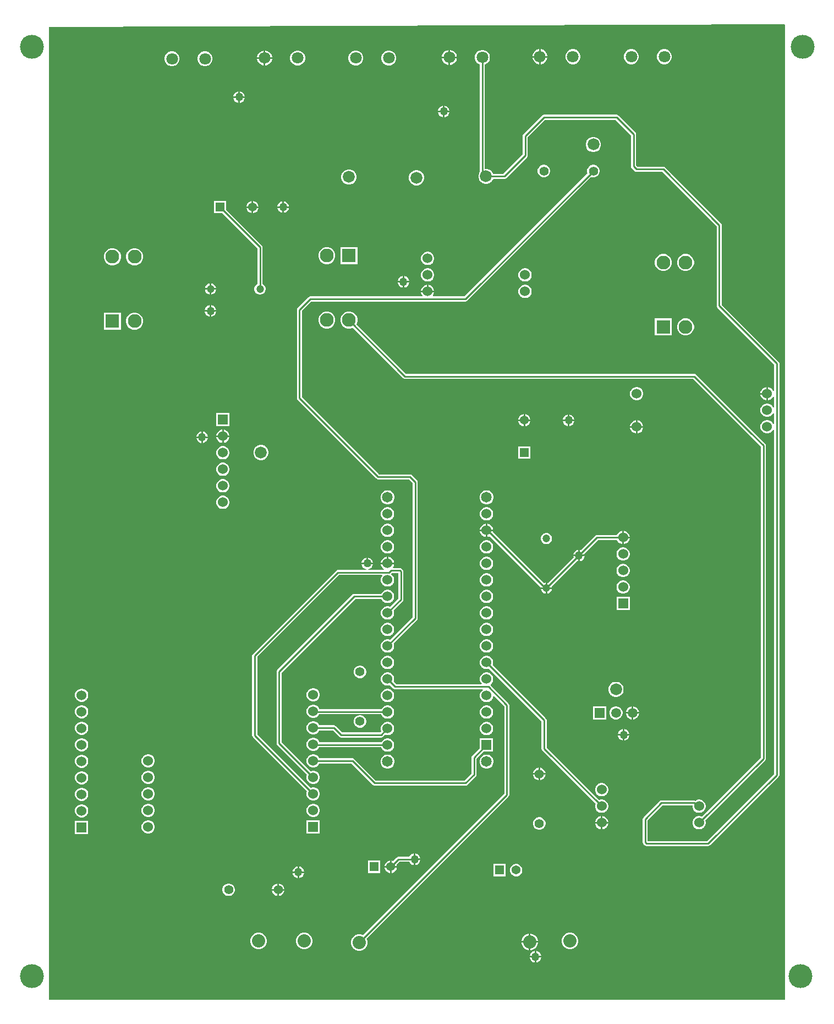
<source format=gbl>
G04*
G04 #@! TF.GenerationSoftware,Altium Limited,Altium Designer,22.1.2 (22)*
G04*
G04 Layer_Physical_Order=2*
G04 Layer_Color=16711680*
%FSLAX25Y25*%
%MOIN*%
G70*
G04*
G04 #@! TF.SameCoordinates,9DFE0AF1-0A3A-4F83-9DC9-4DC15A37C804*
G04*
G04*
G04 #@! TF.FilePolarity,Positive*
G04*
G01*
G75*
%ADD14C,0.01000*%
%ADD18C,0.05400*%
%ADD19R,0.05400X0.05400*%
%ADD20C,0.08000*%
%ADD22C,0.08300*%
%ADD23R,0.08300X0.08300*%
%ADD27C,0.06000*%
%ADD30C,0.07100*%
%ADD31R,0.05400X0.05400*%
%ADD34C,0.06500*%
%ADD35R,0.06000X0.06000*%
%ADD36C,0.07200*%
%ADD37R,0.06000X0.06000*%
%ADD38C,0.14500*%
%ADD39C,0.05512*%
%ADD40C,0.05906*%
%ADD41R,0.05906X0.05906*%
%ADD42C,0.04724*%
%ADD43C,0.05000*%
G36*
X509842Y591378D02*
Y1181D01*
X509842Y1181D01*
X63779D01*
Y589898D01*
X63887Y590159D01*
X509488Y591731D01*
X509842Y591378D01*
D02*
G37*
%LPC*%
G36*
X362016Y576597D02*
X361917D01*
Y572547D01*
X365967D01*
Y572646D01*
X365657Y573804D01*
X365058Y574841D01*
X364211Y575688D01*
X363174Y576287D01*
X362016Y576597D01*
D02*
G37*
G36*
X360917D02*
X360818D01*
X359661Y576287D01*
X358624Y575688D01*
X357776Y574841D01*
X357177Y573804D01*
X356867Y572646D01*
Y572547D01*
X360917D01*
Y576597D01*
D02*
G37*
G36*
X307135Y576203D02*
X307035D01*
Y572154D01*
X311085D01*
Y572253D01*
X310775Y573410D01*
X310176Y574447D01*
X309329Y575294D01*
X308292Y575893D01*
X307135Y576203D01*
D02*
G37*
G36*
X306035D02*
X305936D01*
X304779Y575893D01*
X303742Y575294D01*
X302894Y574447D01*
X302295Y573410D01*
X301985Y572253D01*
Y572154D01*
X306035D01*
Y576203D01*
D02*
G37*
G36*
X195166Y575810D02*
X195067D01*
Y571760D01*
X199117D01*
Y571859D01*
X198807Y573016D01*
X198208Y574054D01*
X197361Y574901D01*
X196323Y575500D01*
X195166Y575810D01*
D02*
G37*
G36*
X194067D02*
X193968D01*
X192811Y575500D01*
X191773Y574901D01*
X190926Y574054D01*
X190327Y573016D01*
X190017Y571859D01*
Y571760D01*
X194067D01*
Y575810D01*
D02*
G37*
G36*
X382016Y576597D02*
X380818D01*
X379661Y576287D01*
X378624Y575688D01*
X377776Y574841D01*
X377177Y573804D01*
X376867Y572646D01*
Y571448D01*
X377177Y570291D01*
X377776Y569253D01*
X378624Y568406D01*
X379661Y567807D01*
X380818Y567497D01*
X382016D01*
X383173Y567807D01*
X384211Y568406D01*
X385058Y569253D01*
X385657Y570291D01*
X385967Y571448D01*
Y572646D01*
X385657Y573804D01*
X385058Y574841D01*
X384211Y575688D01*
X383173Y576287D01*
X382016Y576597D01*
D02*
G37*
G36*
X365967Y571547D02*
X361917D01*
Y567497D01*
X362016D01*
X363174Y567807D01*
X364211Y568406D01*
X365058Y569253D01*
X365657Y570291D01*
X365967Y571448D01*
Y571547D01*
D02*
G37*
G36*
X360917D02*
X356867D01*
Y571448D01*
X357177Y570291D01*
X357776Y569253D01*
X358624Y568406D01*
X359661Y567807D01*
X360818Y567497D01*
X360917D01*
Y571547D01*
D02*
G37*
G36*
X437371Y576597D02*
X436173D01*
X435015Y576287D01*
X433978Y575688D01*
X433131Y574841D01*
X432532Y573804D01*
X432222Y572646D01*
Y571448D01*
X432532Y570291D01*
X433131Y569253D01*
X433978Y568406D01*
X435015Y567807D01*
X436173Y567497D01*
X437371D01*
X438528Y567807D01*
X439565Y568406D01*
X440413Y569253D01*
X441012Y570291D01*
X441322Y571448D01*
Y572646D01*
X441012Y573804D01*
X440413Y574841D01*
X439565Y575688D01*
X438528Y576287D01*
X437371Y576597D01*
D02*
G37*
G36*
X417371D02*
X416173D01*
X415015Y576287D01*
X413978Y575688D01*
X413131Y574841D01*
X412532Y573804D01*
X412222Y572646D01*
Y571448D01*
X412532Y570291D01*
X413131Y569253D01*
X413978Y568406D01*
X415015Y567807D01*
X416173Y567497D01*
X417371D01*
X418528Y567807D01*
X419565Y568406D01*
X420413Y569253D01*
X421012Y570291D01*
X421322Y571448D01*
Y572646D01*
X421012Y573804D01*
X420413Y574841D01*
X419565Y575688D01*
X418528Y576287D01*
X417371Y576597D01*
D02*
G37*
G36*
X311085Y571153D02*
X307035D01*
Y567103D01*
X307135D01*
X308292Y567414D01*
X309329Y568013D01*
X310176Y568860D01*
X310775Y569897D01*
X311085Y571055D01*
Y571153D01*
D02*
G37*
G36*
X306035D02*
X301985D01*
Y571055D01*
X302295Y569897D01*
X302894Y568860D01*
X303742Y568013D01*
X304779Y567414D01*
X305936Y567103D01*
X306035D01*
Y571153D01*
D02*
G37*
G36*
X215166Y575810D02*
X213968D01*
X212811Y575500D01*
X211773Y574901D01*
X210926Y574054D01*
X210327Y573016D01*
X210017Y571859D01*
Y570661D01*
X210327Y569504D01*
X210926Y568466D01*
X211773Y567619D01*
X212811Y567020D01*
X213968Y566710D01*
X215166D01*
X216323Y567020D01*
X217361Y567619D01*
X218208Y568466D01*
X218807Y569504D01*
X219117Y570661D01*
Y571859D01*
X218807Y573016D01*
X218208Y574054D01*
X217361Y574901D01*
X216323Y575500D01*
X215166Y575810D01*
D02*
G37*
G36*
X199117Y570760D02*
X195067D01*
Y566710D01*
X195166D01*
X196323Y567020D01*
X197361Y567619D01*
X198208Y568466D01*
X198807Y569504D01*
X199117Y570661D01*
Y570760D01*
D02*
G37*
G36*
X194067D02*
X190017D01*
Y570661D01*
X190327Y569504D01*
X190926Y568466D01*
X191773Y567619D01*
X192811Y567020D01*
X193968Y566710D01*
X194067D01*
Y570760D01*
D02*
G37*
G36*
X270442Y575810D02*
X269244D01*
X268086Y575500D01*
X267049Y574901D01*
X266202Y574054D01*
X265603Y573016D01*
X265293Y571859D01*
Y570661D01*
X265603Y569504D01*
X266202Y568466D01*
X267049Y567619D01*
X268086Y567020D01*
X269244Y566710D01*
X270442D01*
X271599Y567020D01*
X272636Y567619D01*
X273483Y568466D01*
X274082Y569504D01*
X274393Y570661D01*
Y571859D01*
X274082Y573016D01*
X273483Y574054D01*
X272636Y574901D01*
X271599Y575500D01*
X270442Y575810D01*
D02*
G37*
G36*
X250442D02*
X249243D01*
X248086Y575500D01*
X247049Y574901D01*
X246202Y574054D01*
X245603Y573016D01*
X245292Y571859D01*
Y570661D01*
X245603Y569504D01*
X246202Y568466D01*
X247049Y567619D01*
X248086Y567020D01*
X249243Y566710D01*
X250442D01*
X251599Y567020D01*
X252636Y567619D01*
X253483Y568466D01*
X254082Y569504D01*
X254393Y570661D01*
Y571859D01*
X254082Y573016D01*
X253483Y574054D01*
X252636Y574901D01*
X251599Y575500D01*
X250442Y575810D01*
D02*
G37*
G36*
X159024Y575416D02*
X157826D01*
X156669Y575106D01*
X155631Y574507D01*
X154784Y573660D01*
X154185Y572622D01*
X153875Y571465D01*
Y570267D01*
X154185Y569110D01*
X154784Y568072D01*
X155631Y567225D01*
X156669Y566626D01*
X157826Y566316D01*
X159024D01*
X160181Y566626D01*
X161219Y567225D01*
X162066Y568072D01*
X162665Y569110D01*
X162975Y570267D01*
Y571465D01*
X162665Y572622D01*
X162066Y573660D01*
X161219Y574507D01*
X160181Y575106D01*
X159024Y575416D01*
D02*
G37*
G36*
X139024D02*
X137826D01*
X136669Y575106D01*
X135631Y574507D01*
X134784Y573660D01*
X134185Y572622D01*
X133875Y571465D01*
Y570267D01*
X134185Y569110D01*
X134784Y568072D01*
X135631Y567225D01*
X136669Y566626D01*
X137826Y566316D01*
X139024D01*
X140181Y566626D01*
X141219Y567225D01*
X142066Y568072D01*
X142665Y569110D01*
X142975Y570267D01*
Y571465D01*
X142665Y572622D01*
X142066Y573660D01*
X141219Y574507D01*
X140181Y575106D01*
X139024Y575416D01*
D02*
G37*
G36*
X179634Y551127D02*
Y548138D01*
X182623D01*
X182395Y548989D01*
X181935Y549787D01*
X181283Y550438D01*
X180485Y550899D01*
X179634Y551127D01*
D02*
G37*
G36*
X178634D02*
X177783Y550899D01*
X176985Y550438D01*
X176333Y549787D01*
X175872Y548989D01*
X175644Y548138D01*
X178634D01*
Y551127D01*
D02*
G37*
G36*
X182623Y547138D02*
X179634D01*
Y544148D01*
X180485Y544376D01*
X181283Y544837D01*
X181935Y545489D01*
X182395Y546287D01*
X182623Y547138D01*
D02*
G37*
G36*
X178634D02*
X175644D01*
X175872Y546287D01*
X176333Y545489D01*
X176985Y544837D01*
X177783Y544376D01*
X178634Y544148D01*
Y547138D01*
D02*
G37*
G36*
X303650Y542466D02*
Y539476D01*
X306639D01*
X306411Y540327D01*
X305950Y541125D01*
X305299Y541777D01*
X304501Y542238D01*
X303650Y542466D01*
D02*
G37*
G36*
X302650D02*
X301799Y542238D01*
X301001Y541777D01*
X300349Y541125D01*
X299888Y540327D01*
X299660Y539476D01*
X302650D01*
Y542466D01*
D02*
G37*
G36*
X306639Y538476D02*
X303650D01*
Y535487D01*
X304501Y535715D01*
X305299Y536176D01*
X305950Y536827D01*
X306411Y537625D01*
X306639Y538476D01*
D02*
G37*
G36*
X302650D02*
X299660D01*
X299888Y537625D01*
X300349Y536827D01*
X301001Y536176D01*
X301799Y535715D01*
X302650Y535487D01*
Y538476D01*
D02*
G37*
G36*
X394367Y523526D02*
X393156D01*
X391986Y523212D01*
X390937Y522607D01*
X390080Y521750D01*
X389475Y520702D01*
X389161Y519532D01*
Y518320D01*
X389475Y517150D01*
X390080Y516102D01*
X390937Y515245D01*
X391986Y514640D01*
X393156Y514326D01*
X394367D01*
X395537Y514640D01*
X396586Y515245D01*
X397442Y516102D01*
X398048Y517150D01*
X398361Y518320D01*
Y519532D01*
X398048Y520702D01*
X397442Y521750D01*
X396586Y522607D01*
X395537Y523212D01*
X394367Y523526D01*
D02*
G37*
G36*
X394256Y506668D02*
X393267D01*
X392312Y506412D01*
X391455Y505918D01*
X390756Y505219D01*
X390262Y504362D01*
X390005Y503407D01*
Y502418D01*
X390238Y501552D01*
X315637Y426951D01*
X296647D01*
X296455Y427413D01*
X296508Y427465D01*
X297035Y428377D01*
X297307Y429395D01*
Y429421D01*
X289307D01*
Y429395D01*
X289580Y428377D01*
X290106Y427465D01*
X290159Y427413D01*
X289967Y426951D01*
X222272D01*
X221686Y426834D01*
X221190Y426503D01*
X214667Y419979D01*
X214335Y419483D01*
X214219Y418898D01*
Y365331D01*
X214335Y364746D01*
X214667Y364250D01*
X262281Y316635D01*
X262777Y316304D01*
X263363Y316187D01*
X282044D01*
X284297Y313933D01*
Y232682D01*
X270627Y219012D01*
X270614Y219019D01*
X269596Y219292D01*
X268543D01*
X267526Y219019D01*
X266614Y218493D01*
X265869Y217748D01*
X265342Y216836D01*
X265070Y215819D01*
Y214765D01*
X265342Y213748D01*
X265869Y212836D01*
X266614Y212091D01*
X267526Y211565D01*
X268543Y211292D01*
X269596D01*
X270614Y211565D01*
X271526Y212091D01*
X272271Y212836D01*
X272797Y213748D01*
X273070Y214765D01*
Y215819D01*
X272797Y216836D01*
X272790Y216849D01*
X286908Y230968D01*
X287240Y231464D01*
X287356Y232049D01*
Y314567D01*
X287240Y315152D01*
X286908Y315648D01*
X283759Y318798D01*
X283262Y319129D01*
X282677Y319246D01*
X263996D01*
X217277Y365965D01*
Y418264D01*
X222905Y423892D01*
X316270D01*
X316856Y424008D01*
X317352Y424340D01*
X392401Y499389D01*
X393267Y499157D01*
X394256D01*
X395211Y499412D01*
X396068Y499907D01*
X396767Y500606D01*
X397261Y501463D01*
X397517Y502418D01*
Y503407D01*
X397261Y504362D01*
X396767Y505219D01*
X396068Y505918D01*
X395211Y506412D01*
X394256Y506668D01*
D02*
G37*
G36*
X364256D02*
X363267D01*
X362312Y506412D01*
X361455Y505918D01*
X360756Y505219D01*
X360262Y504362D01*
X360005Y503407D01*
Y502418D01*
X360262Y501463D01*
X360756Y500606D01*
X361455Y499907D01*
X362312Y499412D01*
X363267Y499157D01*
X364256D01*
X365211Y499412D01*
X366068Y499907D01*
X366767Y500606D01*
X367261Y501463D01*
X367517Y502418D01*
Y503407D01*
X367261Y504362D01*
X366767Y505219D01*
X366068Y505918D01*
X365211Y506412D01*
X364256Y506668D01*
D02*
G37*
G36*
X246275Y503855D02*
X245064D01*
X243894Y503542D01*
X242845Y502936D01*
X241988Y502080D01*
X241383Y501031D01*
X241069Y499861D01*
Y498650D01*
X241383Y497480D01*
X241988Y496431D01*
X242845Y495574D01*
X243894Y494969D01*
X245064Y494655D01*
X246275D01*
X247445Y494969D01*
X248494Y495574D01*
X249350Y496431D01*
X249956Y497480D01*
X250269Y498650D01*
Y499861D01*
X249956Y501031D01*
X249350Y502080D01*
X248494Y502936D01*
X247445Y503542D01*
X246275Y503855D01*
D02*
G37*
G36*
X287220Y503419D02*
X286009D01*
X284839Y503105D01*
X283790Y502500D01*
X282933Y501643D01*
X282328Y500594D01*
X282014Y499425D01*
Y498213D01*
X282328Y497043D01*
X282933Y495994D01*
X283790Y495138D01*
X284839Y494532D01*
X286009Y494219D01*
X287220D01*
X288390Y494532D01*
X289439Y495138D01*
X290295Y495994D01*
X290901Y497043D01*
X291214Y498213D01*
Y499425D01*
X290901Y500594D01*
X290295Y501643D01*
X289439Y502500D01*
X288390Y503105D01*
X287220Y503419D01*
D02*
G37*
G36*
X206378Y484565D02*
Y481575D01*
X209368D01*
X209140Y482426D01*
X208679Y483224D01*
X208027Y483876D01*
X207229Y484337D01*
X206378Y484565D01*
D02*
G37*
G36*
X205378D02*
X204527Y484337D01*
X203729Y483876D01*
X203078Y483224D01*
X202617Y482426D01*
X202389Y481575D01*
X205378D01*
Y484565D01*
D02*
G37*
G36*
X187709Y484745D02*
Y481548D01*
X190905D01*
X190657Y482476D01*
X190170Y483320D01*
X189481Y484009D01*
X188637Y484496D01*
X187709Y484745D01*
D02*
G37*
G36*
X186709Y484745D02*
X185781Y484496D01*
X184937Y484009D01*
X184248Y483320D01*
X183761Y482476D01*
X183512Y481548D01*
X186709D01*
Y484745D01*
D02*
G37*
G36*
X209368Y480575D02*
X206378D01*
Y477586D01*
X207229Y477814D01*
X208027Y478274D01*
X208679Y478926D01*
X209140Y479724D01*
X209368Y480575D01*
D02*
G37*
G36*
X205378D02*
X202389D01*
X202617Y479724D01*
X203078Y478926D01*
X203729Y478274D01*
X204527Y477814D01*
X205378Y477586D01*
Y480575D01*
D02*
G37*
G36*
X190905Y480548D02*
X187709D01*
Y477351D01*
X188637Y477600D01*
X189481Y478087D01*
X190170Y478776D01*
X190657Y479620D01*
X190905Y480548D01*
D02*
G37*
G36*
X186709D02*
X183512D01*
X183761Y479620D01*
X184248Y478776D01*
X184937Y478087D01*
X185781Y477600D01*
X186709Y477351D01*
Y480548D01*
D02*
G37*
G36*
X250819Y456748D02*
X240519D01*
Y446448D01*
X250819D01*
Y456748D01*
D02*
G37*
G36*
X232947D02*
X231591D01*
X230281Y456397D01*
X229107Y455720D01*
X228148Y454761D01*
X227470Y453586D01*
X227119Y452276D01*
Y450920D01*
X227470Y449611D01*
X228148Y448436D01*
X229107Y447477D01*
X230281Y446799D01*
X231591Y446448D01*
X232947D01*
X234257Y446799D01*
X235432Y447477D01*
X236390Y448436D01*
X237068Y449611D01*
X237419Y450920D01*
Y452276D01*
X237068Y453586D01*
X236390Y454761D01*
X235432Y455720D01*
X234257Y456397D01*
X232947Y456748D01*
D02*
G37*
G36*
X293834Y453921D02*
X292780D01*
X291763Y453649D01*
X290851Y453122D01*
X290106Y452377D01*
X289580Y451465D01*
X289307Y450448D01*
Y449395D01*
X289580Y448377D01*
X290106Y447465D01*
X290851Y446721D01*
X291763Y446194D01*
X292780Y445921D01*
X293834D01*
X294851Y446194D01*
X295763Y446721D01*
X296508Y447465D01*
X297035Y448377D01*
X297307Y449395D01*
Y450448D01*
X297035Y451465D01*
X296508Y452377D01*
X295763Y453122D01*
X294851Y453649D01*
X293834Y453921D01*
D02*
G37*
G36*
X116433Y456146D02*
X115077D01*
X113767Y455795D01*
X112593Y455117D01*
X111634Y454158D01*
X110956Y452984D01*
X110605Y451674D01*
Y450318D01*
X110956Y449008D01*
X111634Y447834D01*
X112593Y446875D01*
X113767Y446197D01*
X115077Y445846D01*
X116433D01*
X117743Y446197D01*
X118917Y446875D01*
X119876Y447834D01*
X120554Y449008D01*
X120905Y450318D01*
Y451674D01*
X120554Y452984D01*
X119876Y454158D01*
X118917Y455117D01*
X117743Y455795D01*
X116433Y456146D01*
D02*
G37*
G36*
X103033D02*
X101677D01*
X100367Y455795D01*
X99193Y455117D01*
X98234Y454158D01*
X97556Y452984D01*
X97205Y451674D01*
Y450318D01*
X97556Y449008D01*
X98234Y447834D01*
X99193Y446875D01*
X100367Y446197D01*
X101677Y445846D01*
X103033D01*
X104343Y446197D01*
X105517Y446875D01*
X106476Y447834D01*
X107154Y449008D01*
X107505Y450318D01*
Y451674D01*
X107154Y452984D01*
X106476Y454158D01*
X105517Y455117D01*
X104343Y455795D01*
X103033Y456146D01*
D02*
G37*
G36*
X450291Y452603D02*
X448935D01*
X447626Y452252D01*
X446451Y451574D01*
X445492Y450615D01*
X444814Y449441D01*
X444463Y448131D01*
Y446775D01*
X444814Y445465D01*
X445492Y444291D01*
X446451Y443332D01*
X447626Y442654D01*
X448935Y442303D01*
X450291D01*
X451601Y442654D01*
X452776Y443332D01*
X453734Y444291D01*
X454412Y445465D01*
X454763Y446775D01*
Y448131D01*
X454412Y449441D01*
X453734Y450615D01*
X452776Y451574D01*
X451601Y452252D01*
X450291Y452603D01*
D02*
G37*
G36*
X436891D02*
X435535D01*
X434226Y452252D01*
X433051Y451574D01*
X432092Y450615D01*
X431414Y449441D01*
X431063Y448131D01*
Y446775D01*
X431414Y445465D01*
X432092Y444291D01*
X433051Y443332D01*
X434226Y442654D01*
X435535Y442303D01*
X436891D01*
X438201Y442654D01*
X439376Y443332D01*
X440334Y444291D01*
X441012Y445465D01*
X441363Y446775D01*
Y448131D01*
X441012Y449441D01*
X440334Y450615D01*
X439376Y451574D01*
X438201Y452252D01*
X436891Y452603D01*
D02*
G37*
G36*
X279240Y439316D02*
Y436327D01*
X282230D01*
X282002Y437178D01*
X281541Y437976D01*
X280889Y438627D01*
X280091Y439088D01*
X279240Y439316D01*
D02*
G37*
G36*
X278240D02*
X277389Y439088D01*
X276591Y438627D01*
X275939Y437976D01*
X275479Y437178D01*
X275251Y436327D01*
X278240D01*
Y439316D01*
D02*
G37*
G36*
X352889Y443921D02*
X351836D01*
X350818Y443649D01*
X349906Y443122D01*
X349161Y442377D01*
X348635Y441465D01*
X348362Y440448D01*
Y439395D01*
X348635Y438377D01*
X349161Y437465D01*
X349906Y436721D01*
X350818Y436194D01*
X351836Y435921D01*
X352889D01*
X353906Y436194D01*
X354818Y436721D01*
X355563Y437465D01*
X356090Y438377D01*
X356362Y439395D01*
Y440448D01*
X356090Y441465D01*
X355563Y442377D01*
X354818Y443122D01*
X353906Y443649D01*
X352889Y443921D01*
D02*
G37*
G36*
X293834D02*
X292780D01*
X291763Y443649D01*
X290851Y443122D01*
X290106Y442377D01*
X289580Y441465D01*
X289307Y440448D01*
Y439395D01*
X289580Y438377D01*
X290106Y437465D01*
X290851Y436721D01*
X291763Y436194D01*
X292780Y435921D01*
X293834D01*
X294851Y436194D01*
X295763Y436721D01*
X296508Y437465D01*
X297035Y438377D01*
X297307Y439395D01*
Y440448D01*
X297035Y441465D01*
X296508Y442377D01*
X295763Y443122D01*
X294851Y443649D01*
X293834Y443921D01*
D02*
G37*
G36*
X282230Y435327D02*
X279240D01*
Y432337D01*
X280091Y432565D01*
X280889Y433026D01*
X281541Y433678D01*
X282002Y434476D01*
X282230Y435327D01*
D02*
G37*
G36*
X278240D02*
X275251D01*
X275479Y434476D01*
X275939Y433678D01*
X276591Y433026D01*
X277389Y432565D01*
X278240Y432337D01*
Y435327D01*
D02*
G37*
G36*
X162272Y434843D02*
Y431996D01*
X165119D01*
X164905Y432794D01*
X164462Y433561D01*
X163836Y434187D01*
X163069Y434629D01*
X162272Y434843D01*
D02*
G37*
G36*
X161272D02*
X160474Y434629D01*
X159707Y434187D01*
X159081Y433561D01*
X158639Y432794D01*
X158425Y431996D01*
X161272D01*
Y434843D01*
D02*
G37*
G36*
X293834Y433921D02*
X293807D01*
Y430421D01*
X297307D01*
Y430448D01*
X297035Y431465D01*
X296508Y432377D01*
X295763Y433122D01*
X294851Y433649D01*
X293834Y433921D01*
D02*
G37*
G36*
X292807D02*
X292780D01*
X291763Y433649D01*
X290851Y433122D01*
X290106Y432377D01*
X289580Y431465D01*
X289307Y430448D01*
Y430421D01*
X292807D01*
Y433921D01*
D02*
G37*
G36*
X165119Y430996D02*
X162272D01*
Y428149D01*
X163069Y428363D01*
X163836Y428806D01*
X164462Y429432D01*
X164905Y430198D01*
X165119Y430996D01*
D02*
G37*
G36*
X161272D02*
X158425D01*
X158639Y430198D01*
X159081Y429432D01*
X159707Y428806D01*
X160474Y428363D01*
X161272Y428149D01*
Y430996D01*
D02*
G37*
G36*
X171224Y484748D02*
X163824D01*
Y477348D01*
X169061D01*
X190242Y456167D01*
Y434495D01*
X189707Y434187D01*
X189081Y433561D01*
X188639Y432794D01*
X188409Y431939D01*
Y431053D01*
X188639Y430198D01*
X189081Y429432D01*
X189707Y428806D01*
X190474Y428363D01*
X191329Y428134D01*
X192214D01*
X193069Y428363D01*
X193836Y428806D01*
X194462Y429432D01*
X194905Y430198D01*
X195134Y431053D01*
Y431939D01*
X194905Y432794D01*
X194462Y433561D01*
X193836Y434187D01*
X193301Y434495D01*
Y456800D01*
X193185Y457385D01*
X192853Y457882D01*
X171224Y479511D01*
Y484748D01*
D02*
G37*
G36*
X352889Y433921D02*
X351836D01*
X350818Y433649D01*
X349906Y433122D01*
X349161Y432377D01*
X348635Y431465D01*
X348362Y430448D01*
Y429395D01*
X348635Y428377D01*
X349161Y427465D01*
X349906Y426721D01*
X350818Y426194D01*
X351836Y425921D01*
X352889D01*
X353906Y426194D01*
X354818Y426721D01*
X355563Y427465D01*
X356090Y428377D01*
X356362Y429395D01*
Y430448D01*
X356090Y431465D01*
X355563Y432377D01*
X354818Y433122D01*
X353906Y433649D01*
X352889Y433921D01*
D02*
G37*
G36*
X162272Y421713D02*
Y418723D01*
X165261D01*
X165033Y419574D01*
X164572Y420372D01*
X163921Y421024D01*
X163123Y421485D01*
X162272Y421713D01*
D02*
G37*
G36*
X161272D02*
X160421Y421485D01*
X159623Y421024D01*
X158971Y420372D01*
X158510Y419574D01*
X158282Y418723D01*
X161272D01*
Y421713D01*
D02*
G37*
G36*
X165261Y417724D02*
X162272D01*
Y414734D01*
X163123Y414962D01*
X163921Y415423D01*
X164572Y416074D01*
X165033Y416873D01*
X165261Y417724D01*
D02*
G37*
G36*
X161272D02*
X158282D01*
X158510Y416873D01*
X158971Y416074D01*
X159623Y415423D01*
X160421Y414962D01*
X161272Y414734D01*
Y417724D01*
D02*
G37*
G36*
X232947Y417748D02*
X231591D01*
X230281Y417397D01*
X229107Y416719D01*
X228148Y415761D01*
X227470Y414586D01*
X227119Y413276D01*
Y411920D01*
X227470Y410611D01*
X228148Y409436D01*
X229107Y408477D01*
X230281Y407799D01*
X231591Y407448D01*
X232947D01*
X234257Y407799D01*
X235432Y408477D01*
X236390Y409436D01*
X237068Y410611D01*
X237419Y411920D01*
Y413276D01*
X237068Y414586D01*
X236390Y415761D01*
X235432Y416719D01*
X234257Y417397D01*
X232947Y417748D01*
D02*
G37*
G36*
X116433Y417146D02*
X115077D01*
X113767Y416795D01*
X112593Y416117D01*
X111634Y415158D01*
X110956Y413984D01*
X110605Y412674D01*
Y411318D01*
X110956Y410008D01*
X111634Y408834D01*
X112593Y407875D01*
X113767Y407197D01*
X115077Y406846D01*
X116433D01*
X117743Y407197D01*
X118917Y407875D01*
X119876Y408834D01*
X120554Y410008D01*
X120905Y411318D01*
Y412674D01*
X120554Y413984D01*
X119876Y415158D01*
X118917Y416117D01*
X117743Y416795D01*
X116433Y417146D01*
D02*
G37*
G36*
X107505D02*
X97205D01*
Y406846D01*
X107505D01*
Y417146D01*
D02*
G37*
G36*
X450291Y413603D02*
X448935D01*
X447626Y413252D01*
X446451Y412574D01*
X445492Y411615D01*
X444814Y410441D01*
X444463Y409131D01*
Y407775D01*
X444814Y406465D01*
X445492Y405291D01*
X446451Y404332D01*
X447626Y403654D01*
X448935Y403303D01*
X450291D01*
X451601Y403654D01*
X452776Y404332D01*
X453734Y405291D01*
X454412Y406465D01*
X454763Y407775D01*
Y409131D01*
X454412Y410441D01*
X453734Y411615D01*
X452776Y412574D01*
X451601Y413252D01*
X450291Y413603D01*
D02*
G37*
G36*
X441363D02*
X431063D01*
Y403303D01*
X441363D01*
Y413603D01*
D02*
G37*
G36*
X327134Y576203D02*
X325936D01*
X324779Y575893D01*
X323742Y575294D01*
X322895Y574447D01*
X322295Y573410D01*
X321985Y572253D01*
Y571055D01*
X322295Y569897D01*
X322895Y568860D01*
X323742Y568013D01*
X324779Y567414D01*
X325006Y567353D01*
Y502339D01*
X324454Y501382D01*
X324140Y500212D01*
Y499001D01*
X324454Y497831D01*
X325059Y496782D01*
X325916Y495925D01*
X326965Y495320D01*
X328135Y495006D01*
X329346D01*
X330516Y495320D01*
X331565Y495925D01*
X332421Y496782D01*
X333027Y497831D01*
X333093Y498077D01*
X339764D01*
X340349Y498193D01*
X340845Y498525D01*
X353560Y511240D01*
X353892Y511736D01*
X354008Y512322D01*
Y523499D01*
X364413Y533904D01*
X407240D01*
X416581Y524563D01*
Y505775D01*
X416697Y505189D01*
X417029Y504693D01*
X418866Y502856D01*
X419363Y502524D01*
X419948Y502408D01*
X435587D01*
X468549Y469445D01*
Y421260D01*
X468666Y420675D01*
X468997Y420178D01*
X503392Y385784D01*
Y369207D01*
X502892Y369141D01*
X502763Y369623D01*
X502236Y370535D01*
X501491Y371280D01*
X500579Y371806D01*
X499562Y372079D01*
X499535D01*
Y368079D01*
Y364079D01*
X499562D01*
X500579Y364351D01*
X501491Y364878D01*
X502236Y365623D01*
X502763Y366535D01*
X502892Y367016D01*
X503392Y366950D01*
Y359207D01*
X502892Y359141D01*
X502763Y359623D01*
X502236Y360535D01*
X501491Y361280D01*
X500579Y361806D01*
X499562Y362079D01*
X498509D01*
X497492Y361806D01*
X496579Y361280D01*
X495835Y360535D01*
X495308Y359623D01*
X495035Y358605D01*
Y357552D01*
X495308Y356535D01*
X495835Y355623D01*
X496579Y354878D01*
X497492Y354351D01*
X498509Y354079D01*
X499562D01*
X500579Y354351D01*
X501491Y354878D01*
X502236Y355623D01*
X502763Y356535D01*
X502892Y357016D01*
X503392Y356950D01*
Y349207D01*
X502892Y349141D01*
X502763Y349623D01*
X502236Y350535D01*
X501491Y351279D01*
X500579Y351806D01*
X499562Y352079D01*
X498509D01*
X497492Y351806D01*
X496579Y351279D01*
X495835Y350535D01*
X495308Y349623D01*
X495035Y348605D01*
Y347552D01*
X495308Y346535D01*
X495835Y345623D01*
X496579Y344878D01*
X497492Y344351D01*
X498509Y344079D01*
X499562D01*
X500579Y344351D01*
X501491Y344878D01*
X502236Y345623D01*
X502763Y346535D01*
X502892Y347016D01*
X503392Y346951D01*
Y137838D01*
X462752Y97199D01*
X426726D01*
Y109804D01*
X435674Y118752D01*
X453874D01*
Y117741D01*
X454147Y116724D01*
X454673Y115812D01*
X455418Y115067D01*
X456330Y114540D01*
X457347Y114268D01*
X458401D01*
X459418Y114540D01*
X460330Y115067D01*
X461075Y115812D01*
X461601Y116724D01*
X461874Y117741D01*
Y118794D01*
X461601Y119812D01*
X461075Y120724D01*
X460330Y121468D01*
X459418Y121995D01*
X458401Y122268D01*
X457347D01*
X456330Y121995D01*
X455576Y121560D01*
X455373Y121695D01*
X454788Y121811D01*
X435041D01*
X434455Y121695D01*
X433959Y121363D01*
X424115Y111519D01*
X423784Y111023D01*
X423667Y110438D01*
Y96255D01*
X423784Y95670D01*
X424115Y95174D01*
X424701Y94588D01*
X425197Y94256D01*
X425783Y94140D01*
X463386D01*
X463971Y94256D01*
X464467Y94588D01*
X506003Y136123D01*
X506334Y136619D01*
X506451Y137205D01*
Y386417D01*
X506334Y387003D01*
X506003Y387499D01*
X471608Y421893D01*
Y470079D01*
X471492Y470664D01*
X471160Y471160D01*
X437302Y505019D01*
X436806Y505350D01*
X436220Y505466D01*
X420581D01*
X419640Y506408D01*
Y525197D01*
X419523Y525782D01*
X419192Y526278D01*
X408955Y536515D01*
X408459Y536846D01*
X407874Y536963D01*
X363779D01*
X363194Y536846D01*
X362698Y536515D01*
X351397Y525214D01*
X351066Y524718D01*
X350950Y524132D01*
Y512955D01*
X339130Y501136D01*
X333093D01*
X333027Y501382D01*
X332421Y502431D01*
X331565Y503287D01*
X330516Y503893D01*
X329346Y504206D01*
X328135D01*
X328065Y504260D01*
Y567353D01*
X328292Y567414D01*
X329329Y568013D01*
X330176Y568860D01*
X330775Y569897D01*
X331085Y571055D01*
Y572253D01*
X330775Y573410D01*
X330176Y574447D01*
X329329Y575294D01*
X328292Y575893D01*
X327134Y576203D01*
D02*
G37*
G36*
X498535Y372079D02*
X498509D01*
X497492Y371806D01*
X496579Y371280D01*
X495835Y370535D01*
X495308Y369623D01*
X495035Y368605D01*
Y368579D01*
X498535D01*
Y372079D01*
D02*
G37*
G36*
Y367579D02*
X495035D01*
Y367552D01*
X495308Y366535D01*
X495835Y365623D01*
X496579Y364878D01*
X497492Y364351D01*
X498509Y364079D01*
X498535D01*
Y367579D01*
D02*
G37*
G36*
X420527Y372079D02*
X419473D01*
X418456Y371806D01*
X417544Y371280D01*
X416799Y370535D01*
X416273Y369623D01*
X416000Y368605D01*
Y367552D01*
X416273Y366535D01*
X416799Y365623D01*
X417544Y364878D01*
X418456Y364351D01*
X419473Y364079D01*
X420527D01*
X421544Y364351D01*
X422456Y364878D01*
X423201Y365623D01*
X423727Y366535D01*
X424000Y367552D01*
Y368605D01*
X423727Y369623D01*
X423201Y370535D01*
X422456Y371280D01*
X421544Y371806D01*
X420527Y372079D01*
D02*
G37*
G36*
X352468Y355665D02*
Y352468D01*
X355665D01*
X355416Y353397D01*
X354929Y354240D01*
X354240Y354929D01*
X353397Y355416D01*
X352468Y355665D01*
D02*
G37*
G36*
X351468Y355665D02*
X350540Y355416D01*
X349697Y354929D01*
X349008Y354240D01*
X348521Y353397D01*
X348272Y352468D01*
X351468D01*
Y355665D01*
D02*
G37*
G36*
X379271Y355458D02*
Y352468D01*
X382260D01*
X382032Y353320D01*
X381572Y354117D01*
X380920Y354769D01*
X380122Y355230D01*
X379271Y355458D01*
D02*
G37*
G36*
X378271D02*
X377420Y355230D01*
X376622Y354769D01*
X375970Y354117D01*
X375509Y353320D01*
X375281Y352468D01*
X378271D01*
Y355458D01*
D02*
G37*
G36*
X420527Y352000D02*
X420500D01*
Y348500D01*
X424000D01*
Y348527D01*
X423727Y349544D01*
X423201Y350456D01*
X422456Y351201D01*
X421544Y351727D01*
X420527Y352000D01*
D02*
G37*
G36*
X419500D02*
X419473D01*
X418456Y351727D01*
X417544Y351201D01*
X416799Y350456D01*
X416273Y349544D01*
X416000Y348527D01*
Y348500D01*
X419500D01*
Y352000D01*
D02*
G37*
G36*
X382260Y351468D02*
X379271D01*
Y348479D01*
X380122Y348707D01*
X380920Y349168D01*
X381572Y349819D01*
X382032Y350618D01*
X382260Y351468D01*
D02*
G37*
G36*
X378271D02*
X375281D01*
X375509Y350618D01*
X375970Y349819D01*
X376622Y349168D01*
X377420Y348707D01*
X378271Y348479D01*
Y351468D01*
D02*
G37*
G36*
X173291Y356283D02*
X165291D01*
Y348284D01*
X173291D01*
Y356283D01*
D02*
G37*
G36*
X355665Y351468D02*
X352468D01*
Y348272D01*
X353397Y348521D01*
X354240Y349008D01*
X354929Y349697D01*
X355416Y350540D01*
X355665Y351468D01*
D02*
G37*
G36*
X351468D02*
X348272D01*
X348521Y350540D01*
X349008Y349697D01*
X349697Y349008D01*
X350540Y348521D01*
X351468Y348272D01*
Y351468D01*
D02*
G37*
G36*
X424000Y347500D02*
X420500D01*
Y344000D01*
X420527D01*
X421544Y344273D01*
X422456Y344799D01*
X423201Y345544D01*
X423727Y346456D01*
X424000Y347473D01*
Y347500D01*
D02*
G37*
G36*
X419500D02*
X416000D01*
Y347473D01*
X416273Y346456D01*
X416799Y345544D01*
X417544Y344799D01*
X418456Y344273D01*
X419473Y344000D01*
X419500D01*
Y347500D01*
D02*
G37*
G36*
X169818Y346284D02*
X169791D01*
Y342783D01*
X173291D01*
Y342810D01*
X173019Y343827D01*
X172492Y344740D01*
X171747Y345484D01*
X170835Y346011D01*
X169818Y346284D01*
D02*
G37*
G36*
X168791D02*
X168765D01*
X167747Y346011D01*
X166835Y345484D01*
X166091Y344740D01*
X165564Y343827D01*
X165291Y342810D01*
Y342783D01*
X168791D01*
Y346284D01*
D02*
G37*
G36*
X157193Y345222D02*
Y342232D01*
X160182D01*
X159954Y343083D01*
X159494Y343881D01*
X158842Y344533D01*
X158044Y344994D01*
X157193Y345222D01*
D02*
G37*
G36*
X156193D02*
X155342Y344994D01*
X154544Y344533D01*
X153892Y343881D01*
X153431Y343083D01*
X153203Y342232D01*
X156193D01*
Y345222D01*
D02*
G37*
G36*
X173291Y341783D02*
X169791D01*
Y338283D01*
X169818D01*
X170835Y338556D01*
X171747Y339083D01*
X172492Y339827D01*
X173019Y340739D01*
X173291Y341757D01*
Y341783D01*
D02*
G37*
G36*
X168791D02*
X165291D01*
Y341757D01*
X165564Y340739D01*
X166091Y339827D01*
X166835Y339083D01*
X167747Y338556D01*
X168765Y338283D01*
X168791D01*
Y341783D01*
D02*
G37*
G36*
X160182Y341232D02*
X157193D01*
Y338243D01*
X158044Y338471D01*
X158842Y338932D01*
X159494Y339583D01*
X159954Y340381D01*
X160182Y341232D01*
D02*
G37*
G36*
X156193D02*
X153203D01*
X153431Y340381D01*
X153892Y339583D01*
X154544Y338932D01*
X155342Y338471D01*
X156193Y338243D01*
Y341232D01*
D02*
G37*
G36*
X355668Y335983D02*
X348269D01*
Y328584D01*
X355668D01*
Y335983D01*
D02*
G37*
G36*
X169818Y336283D02*
X168765D01*
X167747Y336011D01*
X166835Y335484D01*
X166091Y334739D01*
X165564Y333827D01*
X165291Y332810D01*
Y331757D01*
X165564Y330739D01*
X166091Y329827D01*
X166835Y329083D01*
X167747Y328556D01*
X168765Y328284D01*
X169818D01*
X170835Y328556D01*
X171747Y329083D01*
X172492Y329827D01*
X173019Y330739D01*
X173291Y331757D01*
Y332810D01*
X173019Y333827D01*
X172492Y334739D01*
X171747Y335484D01*
X170835Y336011D01*
X169818Y336283D01*
D02*
G37*
G36*
X193002Y337041D02*
X191791D01*
X190621Y336727D01*
X189572Y336122D01*
X188716Y335265D01*
X188110Y334216D01*
X187797Y333047D01*
Y331835D01*
X188110Y330665D01*
X188716Y329616D01*
X189572Y328760D01*
X190621Y328154D01*
X191791Y327841D01*
X193002D01*
X194172Y328154D01*
X195221Y328760D01*
X196078Y329616D01*
X196683Y330665D01*
X196997Y331835D01*
Y333047D01*
X196683Y334216D01*
X196078Y335265D01*
X195221Y336122D01*
X194172Y336727D01*
X193002Y337041D01*
D02*
G37*
G36*
X169818Y326284D02*
X168765D01*
X167747Y326011D01*
X166835Y325484D01*
X166091Y324740D01*
X165564Y323827D01*
X165291Y322810D01*
Y321757D01*
X165564Y320740D01*
X166091Y319827D01*
X166835Y319083D01*
X167747Y318556D01*
X168765Y318284D01*
X169818D01*
X170835Y318556D01*
X171747Y319083D01*
X172492Y319827D01*
X173019Y320740D01*
X173291Y321757D01*
Y322810D01*
X173019Y323827D01*
X172492Y324740D01*
X171747Y325484D01*
X170835Y326011D01*
X169818Y326284D01*
D02*
G37*
G36*
Y316283D02*
X168765D01*
X167747Y316011D01*
X166835Y315484D01*
X166091Y314739D01*
X165564Y313827D01*
X165291Y312810D01*
Y311757D01*
X165564Y310739D01*
X166091Y309827D01*
X166835Y309083D01*
X167747Y308556D01*
X168765Y308283D01*
X169818D01*
X170835Y308556D01*
X171747Y309083D01*
X172492Y309827D01*
X173019Y310739D01*
X173291Y311757D01*
Y312810D01*
X173019Y313827D01*
X172492Y314739D01*
X171747Y315484D01*
X170835Y316011D01*
X169818Y316283D01*
D02*
G37*
G36*
X329629Y309542D02*
X328510D01*
X327429Y309252D01*
X326460Y308693D01*
X325669Y307902D01*
X325109Y306932D01*
X324820Y305852D01*
Y304732D01*
X325109Y303652D01*
X325669Y302682D01*
X326460Y301891D01*
X327429Y301332D01*
X328510Y301042D01*
X329629D01*
X330710Y301332D01*
X331679Y301891D01*
X332471Y302682D01*
X333030Y303652D01*
X333320Y304732D01*
Y305852D01*
X333030Y306932D01*
X332471Y307902D01*
X331679Y308693D01*
X330710Y309252D01*
X329629Y309542D01*
D02*
G37*
G36*
X269629D02*
X268510D01*
X267429Y309252D01*
X266460Y308693D01*
X265669Y307902D01*
X265109Y306932D01*
X264820Y305852D01*
Y304732D01*
X265109Y303652D01*
X265669Y302682D01*
X266460Y301891D01*
X267429Y301332D01*
X268510Y301042D01*
X269629D01*
X270710Y301332D01*
X271679Y301891D01*
X272471Y302682D01*
X273030Y303652D01*
X273320Y304732D01*
Y305852D01*
X273030Y306932D01*
X272471Y307902D01*
X271679Y308693D01*
X270710Y309252D01*
X269629Y309542D01*
D02*
G37*
G36*
X169818Y306283D02*
X168765D01*
X167747Y306011D01*
X166835Y305484D01*
X166091Y304739D01*
X165564Y303827D01*
X165291Y302810D01*
Y301757D01*
X165564Y300740D01*
X166091Y299827D01*
X166835Y299083D01*
X167747Y298556D01*
X168765Y298284D01*
X169818D01*
X170835Y298556D01*
X171747Y299083D01*
X172492Y299827D01*
X173019Y300740D01*
X173291Y301757D01*
Y302810D01*
X173019Y303827D01*
X172492Y304739D01*
X171747Y305484D01*
X170835Y306011D01*
X169818Y306283D01*
D02*
G37*
G36*
X329596Y299292D02*
X328543D01*
X327526Y299019D01*
X326614Y298493D01*
X325869Y297748D01*
X325342Y296836D01*
X325070Y295819D01*
Y294765D01*
X325342Y293748D01*
X325869Y292836D01*
X326614Y292091D01*
X327526Y291565D01*
X328543Y291292D01*
X329596D01*
X330614Y291565D01*
X331526Y292091D01*
X332271Y292836D01*
X332797Y293748D01*
X333070Y294765D01*
Y295819D01*
X332797Y296836D01*
X332271Y297748D01*
X331526Y298493D01*
X330614Y299019D01*
X329596Y299292D01*
D02*
G37*
G36*
X269596D02*
X268543D01*
X267526Y299019D01*
X266614Y298493D01*
X265869Y297748D01*
X265342Y296836D01*
X265070Y295819D01*
Y294765D01*
X265342Y293748D01*
X265869Y292836D01*
X266614Y292091D01*
X267526Y291565D01*
X268543Y291292D01*
X269596D01*
X270614Y291565D01*
X271526Y292091D01*
X272271Y292836D01*
X272797Y293748D01*
X273070Y294765D01*
Y295819D01*
X272797Y296836D01*
X272271Y297748D01*
X271526Y298493D01*
X270614Y299019D01*
X269596Y299292D01*
D02*
G37*
G36*
X329596Y289292D02*
X329570D01*
Y285792D01*
X333070D01*
Y285819D01*
X332797Y286836D01*
X332271Y287748D01*
X331526Y288493D01*
X330614Y289019D01*
X329596Y289292D01*
D02*
G37*
G36*
X328570D02*
X328543D01*
X327526Y289019D01*
X326614Y288493D01*
X325869Y287748D01*
X325342Y286836D01*
X325070Y285819D01*
Y285792D01*
X328570D01*
Y289292D01*
D02*
G37*
G36*
X412338Y285024D02*
X412311D01*
Y281524D01*
X415811D01*
Y281550D01*
X415538Y282568D01*
X415012Y283480D01*
X414267Y284224D01*
X413355Y284751D01*
X412338Y285024D01*
D02*
G37*
G36*
X328570Y284792D02*
X325070D01*
Y284765D01*
X325342Y283748D01*
X325869Y282836D01*
X326614Y282091D01*
X327526Y281565D01*
X328543Y281292D01*
X328570D01*
Y284792D01*
D02*
G37*
G36*
X269596Y289292D02*
X268543D01*
X267526Y289019D01*
X266614Y288493D01*
X265869Y287748D01*
X265342Y286836D01*
X265070Y285819D01*
Y284765D01*
X265342Y283748D01*
X265869Y282836D01*
X266614Y282091D01*
X267526Y281565D01*
X268543Y281292D01*
X269596D01*
X270614Y281565D01*
X271526Y282091D01*
X272271Y282836D01*
X272797Y283748D01*
X273070Y284765D01*
Y285819D01*
X272797Y286836D01*
X272271Y287748D01*
X271526Y288493D01*
X270614Y289019D01*
X269596Y289292D01*
D02*
G37*
G36*
X415811Y280524D02*
X412311D01*
Y277024D01*
X412338D01*
X413355Y277296D01*
X414267Y277823D01*
X415012Y278568D01*
X415538Y279480D01*
X415811Y280497D01*
Y280524D01*
D02*
G37*
G36*
X411311Y285024D02*
X411284D01*
X410267Y284751D01*
X409355Y284224D01*
X408610Y283480D01*
X408084Y282568D01*
X408080Y282553D01*
X396024D01*
X395438Y282437D01*
X394942Y282105D01*
X386236Y273398D01*
X385584Y273573D01*
Y270584D01*
X388573D01*
X388399Y271236D01*
X396657Y279494D01*
X408080D01*
X408084Y279480D01*
X408610Y278568D01*
X409355Y277823D01*
X410267Y277296D01*
X411284Y277024D01*
X411311D01*
Y281024D01*
Y285024D01*
D02*
G37*
G36*
X365797Y283717D02*
X364912D01*
X364057Y283487D01*
X363290Y283045D01*
X362664Y282419D01*
X362221Y281652D01*
X361992Y280797D01*
Y279912D01*
X362221Y279057D01*
X362664Y278290D01*
X363290Y277664D01*
X364057Y277221D01*
X364912Y276992D01*
X365797D01*
X366652Y277221D01*
X367419Y277664D01*
X368045Y278290D01*
X368487Y279057D01*
X368717Y279912D01*
Y280797D01*
X368487Y281652D01*
X368045Y282419D01*
X367419Y283045D01*
X366652Y283487D01*
X365797Y283717D01*
D02*
G37*
G36*
X329596Y279292D02*
X328543D01*
X327526Y279019D01*
X326614Y278493D01*
X325869Y277748D01*
X325342Y276836D01*
X325070Y275819D01*
Y274765D01*
X325342Y273748D01*
X325869Y272836D01*
X326614Y272091D01*
X327526Y271565D01*
X328543Y271292D01*
X329596D01*
X330614Y271565D01*
X331526Y272091D01*
X332271Y272836D01*
X332797Y273748D01*
X333070Y274765D01*
Y275819D01*
X332797Y276836D01*
X332271Y277748D01*
X331526Y278493D01*
X330614Y279019D01*
X329596Y279292D01*
D02*
G37*
G36*
X269596D02*
X268543D01*
X267526Y279019D01*
X266614Y278493D01*
X265869Y277748D01*
X265342Y276836D01*
X265070Y275819D01*
Y274765D01*
X265342Y273748D01*
X265869Y272836D01*
X266614Y272091D01*
X267526Y271565D01*
X268543Y271292D01*
X269596D01*
X270614Y271565D01*
X271526Y272091D01*
X272271Y272836D01*
X272797Y273748D01*
X273070Y274765D01*
Y275819D01*
X272797Y276836D01*
X272271Y277748D01*
X271526Y278493D01*
X270614Y279019D01*
X269596Y279292D01*
D02*
G37*
G36*
X384584Y273573D02*
X383733Y273345D01*
X382935Y272884D01*
X382283Y272233D01*
X381822Y271435D01*
X381594Y270584D01*
X384584D01*
Y273573D01*
D02*
G37*
G36*
X412338Y275024D02*
X411284D01*
X410267Y274751D01*
X409355Y274224D01*
X408610Y273480D01*
X408084Y272568D01*
X407811Y271550D01*
Y270497D01*
X408084Y269480D01*
X408610Y268568D01*
X409355Y267823D01*
X410267Y267296D01*
X411284Y267024D01*
X412338D01*
X413355Y267296D01*
X414267Y267823D01*
X415012Y268568D01*
X415538Y269480D01*
X415811Y270497D01*
Y271550D01*
X415538Y272568D01*
X415012Y273480D01*
X414267Y274224D01*
X413355Y274751D01*
X412338Y275024D01*
D02*
G37*
G36*
X384584Y269584D02*
X381594D01*
X381769Y268932D01*
X366394Y253557D01*
X365854Y253701D01*
Y250854D01*
X368701D01*
X368557Y251394D01*
X383932Y266769D01*
X384584Y266594D01*
Y269584D01*
D02*
G37*
G36*
X388573D02*
X385584D01*
Y266594D01*
X386435Y266822D01*
X387233Y267283D01*
X387884Y267935D01*
X388345Y268733D01*
X388573Y269584D01*
D02*
G37*
G36*
X269596Y269292D02*
X269570D01*
Y265792D01*
X273070D01*
Y265819D01*
X272797Y266836D01*
X272271Y267748D01*
X271526Y268493D01*
X270614Y269019D01*
X269596Y269292D01*
D02*
G37*
G36*
X257255Y268781D02*
Y265792D01*
X260245D01*
X260017Y266643D01*
X259556Y267441D01*
X258904Y268093D01*
X258106Y268553D01*
X257255Y268781D01*
D02*
G37*
G36*
X256255D02*
X255404Y268553D01*
X254606Y268093D01*
X253955Y267441D01*
X253494Y266643D01*
X253266Y265792D01*
X256255D01*
Y268781D01*
D02*
G37*
G36*
X268570Y269292D02*
X268543D01*
X267526Y269019D01*
X266614Y268493D01*
X265869Y267748D01*
X265342Y266836D01*
X265070Y265819D01*
Y265792D01*
X268570D01*
Y269292D01*
D02*
G37*
G36*
X273070Y264792D02*
X269070D01*
X265070D01*
Y264765D01*
X265342Y263748D01*
X265869Y262836D01*
X266614Y262091D01*
X267081Y261821D01*
X266947Y261321D01*
X257392D01*
X257326Y261821D01*
X258106Y262031D01*
X258904Y262491D01*
X259556Y263143D01*
X260017Y263941D01*
X260245Y264792D01*
X253266D01*
X253494Y263941D01*
X253955Y263143D01*
X254606Y262491D01*
X255404Y262031D01*
X256185Y261821D01*
X256119Y261321D01*
X238926D01*
X238341Y261205D01*
X237844Y260874D01*
X187501Y210530D01*
X187170Y210034D01*
X187053Y209449D01*
Y161181D01*
X187170Y160596D01*
X187501Y160100D01*
X220296Y127305D01*
X220288Y127292D01*
X220016Y126275D01*
Y125221D01*
X220288Y124204D01*
X220815Y123292D01*
X221560Y122547D01*
X222472Y122021D01*
X223489Y121748D01*
X224542D01*
X225560Y122021D01*
X226472Y122547D01*
X227217Y123292D01*
X227743Y124204D01*
X228016Y125221D01*
Y126275D01*
X227743Y127292D01*
X227217Y128204D01*
X226472Y128949D01*
X225560Y129475D01*
X224542Y129748D01*
X223489D01*
X222472Y129475D01*
X222459Y129468D01*
X190112Y161815D01*
Y208815D01*
X239559Y258263D01*
X265730D01*
X265922Y257801D01*
X265869Y257748D01*
X265342Y256836D01*
X265070Y255819D01*
Y254765D01*
X265342Y253748D01*
X265869Y252836D01*
X266614Y252091D01*
X267526Y251565D01*
X268543Y251292D01*
X269596D01*
X270614Y251565D01*
X271526Y252091D01*
X272271Y252836D01*
X272797Y253748D01*
X273070Y254765D01*
Y255819D01*
X272797Y256836D01*
X272271Y257748D01*
X271526Y258493D01*
X271420Y258554D01*
X271354Y259050D01*
X271799Y259494D01*
X275636D01*
Y244021D01*
X270627Y239012D01*
X270614Y239019D01*
X269596Y239292D01*
X268543D01*
X267526Y239019D01*
X266614Y238493D01*
X265869Y237748D01*
X265342Y236836D01*
X265070Y235819D01*
Y234765D01*
X265342Y233748D01*
X265869Y232836D01*
X266614Y232091D01*
X267526Y231565D01*
X268543Y231292D01*
X269596D01*
X270614Y231565D01*
X271526Y232091D01*
X272271Y232836D01*
X272797Y233748D01*
X273070Y234765D01*
Y235819D01*
X272797Y236836D01*
X272790Y236849D01*
X278247Y242306D01*
X278578Y242802D01*
X278695Y243388D01*
Y260438D01*
X278578Y261023D01*
X278247Y261519D01*
X277661Y262105D01*
X277165Y262437D01*
X276580Y262553D01*
X272661D01*
X272396Y263053D01*
X272797Y263748D01*
X273070Y264765D01*
Y264792D01*
D02*
G37*
G36*
X329596Y269292D02*
X328543D01*
X327526Y269019D01*
X326614Y268493D01*
X325869Y267748D01*
X325342Y266836D01*
X325070Y265819D01*
Y264765D01*
X325342Y263748D01*
X325869Y262836D01*
X326614Y262091D01*
X327526Y261565D01*
X328543Y261292D01*
X329596D01*
X330614Y261565D01*
X331526Y262091D01*
X332271Y262836D01*
X332797Y263748D01*
X333070Y264765D01*
Y265819D01*
X332797Y266836D01*
X332271Y267748D01*
X331526Y268493D01*
X330614Y269019D01*
X329596Y269292D01*
D02*
G37*
G36*
X412338Y265024D02*
X411284D01*
X410267Y264751D01*
X409355Y264224D01*
X408610Y263480D01*
X408084Y262568D01*
X407811Y261550D01*
Y260497D01*
X408084Y259480D01*
X408610Y258568D01*
X409355Y257823D01*
X410267Y257296D01*
X411284Y257024D01*
X412338D01*
X413355Y257296D01*
X414267Y257823D01*
X415012Y258568D01*
X415538Y259480D01*
X415811Y260497D01*
Y261550D01*
X415538Y262568D01*
X415012Y263480D01*
X414267Y264224D01*
X413355Y264751D01*
X412338Y265024D01*
D02*
G37*
G36*
X329596Y259292D02*
X328543D01*
X327526Y259019D01*
X326614Y258493D01*
X325869Y257748D01*
X325342Y256836D01*
X325070Y255819D01*
Y254765D01*
X325342Y253748D01*
X325869Y252836D01*
X326614Y252091D01*
X327526Y251565D01*
X328543Y251292D01*
X329596D01*
X330614Y251565D01*
X331526Y252091D01*
X332271Y252836D01*
X332797Y253748D01*
X333070Y254765D01*
Y255819D01*
X332797Y256836D01*
X332271Y257748D01*
X331526Y258493D01*
X330614Y259019D01*
X329596Y259292D01*
D02*
G37*
G36*
X333070Y284792D02*
X329570D01*
Y281292D01*
X329596D01*
X330614Y281565D01*
X331054Y281819D01*
X362010Y250863D01*
X362007Y250854D01*
X364854D01*
Y253701D01*
X364057Y253487D01*
X363837Y253361D01*
X332935Y284263D01*
X333070Y284765D01*
Y284792D01*
D02*
G37*
G36*
X412338Y255024D02*
X411284D01*
X410267Y254751D01*
X409355Y254224D01*
X408610Y253480D01*
X408084Y252568D01*
X407811Y251550D01*
Y250497D01*
X408084Y249480D01*
X408610Y248568D01*
X409355Y247823D01*
X410267Y247296D01*
X411284Y247024D01*
X412338D01*
X413355Y247296D01*
X414267Y247823D01*
X415012Y248568D01*
X415538Y249480D01*
X415811Y250497D01*
Y251550D01*
X415538Y252568D01*
X415012Y253480D01*
X414267Y254224D01*
X413355Y254751D01*
X412338Y255024D01*
D02*
G37*
G36*
X364854Y249854D02*
X362007D01*
X362221Y249057D01*
X362664Y248290D01*
X363290Y247664D01*
X364057Y247221D01*
X364854Y247007D01*
Y249854D01*
D02*
G37*
G36*
X368701D02*
X365854D01*
Y247007D01*
X366652Y247221D01*
X367419Y247664D01*
X368045Y248290D01*
X368487Y249057D01*
X368701Y249854D01*
D02*
G37*
G36*
X329596Y249292D02*
X328543D01*
X327526Y249019D01*
X326614Y248493D01*
X325869Y247748D01*
X325342Y246836D01*
X325070Y245819D01*
Y244765D01*
X325342Y243748D01*
X325869Y242836D01*
X326614Y242091D01*
X327526Y241565D01*
X328543Y241292D01*
X329596D01*
X330614Y241565D01*
X331526Y242091D01*
X332271Y242836D01*
X332797Y243748D01*
X333070Y244765D01*
Y245819D01*
X332797Y246836D01*
X332271Y247748D01*
X331526Y248493D01*
X330614Y249019D01*
X329596Y249292D01*
D02*
G37*
G36*
X269596D02*
X268543D01*
X267526Y249019D01*
X266614Y248493D01*
X265869Y247748D01*
X265342Y246836D01*
X265338Y246821D01*
X248835D01*
X248250Y246705D01*
X247754Y246374D01*
X202260Y200880D01*
X201929Y200384D01*
X201812Y199798D01*
Y156422D01*
X201929Y155837D01*
X202260Y155341D01*
X220296Y137305D01*
X220288Y137292D01*
X220016Y136275D01*
Y135221D01*
X220288Y134204D01*
X220815Y133292D01*
X221560Y132547D01*
X222472Y132021D01*
X223489Y131748D01*
X224542D01*
X225560Y132021D01*
X226472Y132547D01*
X227217Y133292D01*
X227743Y134204D01*
X228016Y135221D01*
Y136275D01*
X227743Y137292D01*
X227217Y138204D01*
X226472Y138949D01*
X225560Y139475D01*
X224542Y139748D01*
X223489D01*
X222472Y139475D01*
X222459Y139468D01*
X204871Y157056D01*
Y199165D01*
X249469Y243763D01*
X265338D01*
X265342Y243748D01*
X265869Y242836D01*
X266614Y242091D01*
X267526Y241565D01*
X268543Y241292D01*
X269596D01*
X270614Y241565D01*
X271526Y242091D01*
X272271Y242836D01*
X272797Y243748D01*
X273070Y244765D01*
Y245819D01*
X272797Y246836D01*
X272271Y247748D01*
X271526Y248493D01*
X270614Y249019D01*
X269596Y249292D01*
D02*
G37*
G36*
X415811Y245024D02*
X407811D01*
Y237024D01*
X415811D01*
Y245024D01*
D02*
G37*
G36*
X329596Y239292D02*
X328543D01*
X327526Y239019D01*
X326614Y238493D01*
X325869Y237748D01*
X325342Y236836D01*
X325070Y235819D01*
Y234765D01*
X325342Y233748D01*
X325869Y232836D01*
X326614Y232091D01*
X327526Y231565D01*
X328543Y231292D01*
X329596D01*
X330614Y231565D01*
X331526Y232091D01*
X332271Y232836D01*
X332797Y233748D01*
X333070Y234765D01*
Y235819D01*
X332797Y236836D01*
X332271Y237748D01*
X331526Y238493D01*
X330614Y239019D01*
X329596Y239292D01*
D02*
G37*
G36*
Y229292D02*
X328543D01*
X327526Y229019D01*
X326614Y228493D01*
X325869Y227748D01*
X325342Y226836D01*
X325070Y225819D01*
Y224765D01*
X325342Y223748D01*
X325869Y222836D01*
X326614Y222091D01*
X327526Y221565D01*
X328543Y221292D01*
X329596D01*
X330614Y221565D01*
X331526Y222091D01*
X332271Y222836D01*
X332797Y223748D01*
X333070Y224765D01*
Y225819D01*
X332797Y226836D01*
X332271Y227748D01*
X331526Y228493D01*
X330614Y229019D01*
X329596Y229292D01*
D02*
G37*
G36*
X269596D02*
X268543D01*
X267526Y229019D01*
X266614Y228493D01*
X265869Y227748D01*
X265342Y226836D01*
X265070Y225819D01*
Y224765D01*
X265342Y223748D01*
X265869Y222836D01*
X266614Y222091D01*
X267526Y221565D01*
X268543Y221292D01*
X269596D01*
X270614Y221565D01*
X271526Y222091D01*
X272271Y222836D01*
X272797Y223748D01*
X273070Y224765D01*
Y225819D01*
X272797Y226836D01*
X272271Y227748D01*
X271526Y228493D01*
X270614Y229019D01*
X269596Y229292D01*
D02*
G37*
G36*
X329596Y219292D02*
X328543D01*
X327526Y219019D01*
X326614Y218493D01*
X325869Y217748D01*
X325342Y216836D01*
X325070Y215819D01*
Y214765D01*
X325342Y213748D01*
X325869Y212836D01*
X326614Y212091D01*
X327526Y211565D01*
X328543Y211292D01*
X329596D01*
X330614Y211565D01*
X331526Y212091D01*
X332271Y212836D01*
X332797Y213748D01*
X333070Y214765D01*
Y215819D01*
X332797Y216836D01*
X332271Y217748D01*
X331526Y218493D01*
X330614Y219019D01*
X329596Y219292D01*
D02*
G37*
G36*
X269596Y209292D02*
X268543D01*
X267526Y209019D01*
X266614Y208493D01*
X265869Y207748D01*
X265342Y206836D01*
X265070Y205819D01*
Y204765D01*
X265342Y203748D01*
X265869Y202836D01*
X266614Y202091D01*
X267526Y201565D01*
X268543Y201292D01*
X269596D01*
X270614Y201565D01*
X271526Y202091D01*
X272271Y202836D01*
X272797Y203748D01*
X273070Y204765D01*
Y205819D01*
X272797Y206836D01*
X272271Y207748D01*
X271526Y208493D01*
X270614Y209019D01*
X269596Y209292D01*
D02*
G37*
G36*
X252857Y203402D02*
X251868D01*
X250912Y203146D01*
X250056Y202651D01*
X249357Y201952D01*
X248862Y201095D01*
X248606Y200140D01*
Y199151D01*
X248862Y198196D01*
X249357Y197339D01*
X250056Y196640D01*
X250912Y196146D01*
X251868Y195890D01*
X252857D01*
X253812Y196146D01*
X254668Y196640D01*
X255368Y197339D01*
X255862Y198196D01*
X256118Y199151D01*
Y200140D01*
X255862Y201095D01*
X255368Y201952D01*
X254668Y202651D01*
X253812Y203146D01*
X252857Y203402D01*
D02*
G37*
G36*
X329596Y199292D02*
X328543D01*
X327526Y199019D01*
X326614Y198493D01*
X325869Y197748D01*
X325342Y196836D01*
X325070Y195819D01*
Y194765D01*
X325342Y193748D01*
X325869Y192836D01*
X326093Y192612D01*
X325902Y192150D01*
X274375D01*
X272790Y193735D01*
X272797Y193748D01*
X273070Y194765D01*
Y195819D01*
X272797Y196836D01*
X272271Y197748D01*
X271526Y198493D01*
X270614Y199019D01*
X269596Y199292D01*
X268543D01*
X267526Y199019D01*
X266614Y198493D01*
X265869Y197748D01*
X265342Y196836D01*
X265070Y195819D01*
Y194765D01*
X265342Y193748D01*
X265869Y192836D01*
X266614Y192091D01*
X267526Y191565D01*
X268543Y191292D01*
X269596D01*
X270614Y191565D01*
X270627Y191572D01*
X272660Y189539D01*
X273156Y189208D01*
X273741Y189091D01*
X326650D01*
X326784Y188591D01*
X326614Y188493D01*
X325869Y187748D01*
X325342Y186836D01*
X325070Y185819D01*
Y184765D01*
X325342Y183748D01*
X325869Y182836D01*
X326614Y182091D01*
X327526Y181565D01*
X328543Y181292D01*
X329596D01*
X330614Y181565D01*
X331526Y182091D01*
X332271Y182836D01*
X332797Y183748D01*
X333070Y184765D01*
Y184840D01*
X333532Y185031D01*
X339809Y178754D01*
Y125830D01*
X254257Y40279D01*
X253898Y40486D01*
X252627Y40827D01*
X251310D01*
X250039Y40486D01*
X248898Y39828D01*
X247968Y38897D01*
X247309Y37757D01*
X246969Y36485D01*
Y35168D01*
X247309Y33897D01*
X247968Y32757D01*
X248898Y31826D01*
X250039Y31168D01*
X251310Y30827D01*
X252627D01*
X253898Y31168D01*
X255039Y31826D01*
X255970Y32757D01*
X256628Y33897D01*
X256968Y35168D01*
Y36485D01*
X256628Y37757D01*
X256420Y38116D01*
X342420Y124115D01*
X342752Y124612D01*
X342868Y125197D01*
Y179387D01*
X342752Y179972D01*
X342420Y180469D01*
X331430Y191459D01*
X331496Y192074D01*
X331526Y192091D01*
X332271Y192836D01*
X332797Y193748D01*
X333070Y194765D01*
Y195819D01*
X332797Y196836D01*
X332271Y197748D01*
X331526Y198493D01*
X330614Y199019D01*
X329596Y199292D01*
D02*
G37*
G36*
X408086Y193576D02*
X406875D01*
X405705Y193263D01*
X404656Y192657D01*
X403799Y191801D01*
X403194Y190752D01*
X402880Y189582D01*
Y188371D01*
X403194Y187201D01*
X403799Y186152D01*
X404656Y185295D01*
X405705Y184690D01*
X406875Y184376D01*
X408086D01*
X409256Y184690D01*
X410305Y185295D01*
X411161Y186152D01*
X411767Y187201D01*
X412080Y188371D01*
Y189582D01*
X411767Y190752D01*
X411161Y191801D01*
X410305Y192657D01*
X409256Y193263D01*
X408086Y193576D01*
D02*
G37*
G36*
X224542Y189748D02*
X223489D01*
X222472Y189475D01*
X221560Y188949D01*
X220815Y188204D01*
X220288Y187292D01*
X220016Y186275D01*
Y185221D01*
X220288Y184204D01*
X220815Y183292D01*
X221560Y182547D01*
X222472Y182021D01*
X223489Y181748D01*
X224542D01*
X225560Y182021D01*
X226472Y182547D01*
X227217Y183292D01*
X227743Y184204D01*
X228016Y185221D01*
Y186275D01*
X227743Y187292D01*
X227217Y188204D01*
X226472Y188949D01*
X225560Y189475D01*
X224542Y189748D01*
D02*
G37*
G36*
X84267Y189512D02*
X83214D01*
X82196Y189239D01*
X81284Y188713D01*
X80539Y187968D01*
X80013Y187056D01*
X79740Y186038D01*
Y184985D01*
X80013Y183968D01*
X80539Y183056D01*
X81284Y182311D01*
X82196Y181784D01*
X83214Y181512D01*
X84267D01*
X85284Y181784D01*
X86196Y182311D01*
X86941Y183056D01*
X87468Y183968D01*
X87740Y184985D01*
Y186038D01*
X87468Y187056D01*
X86941Y187968D01*
X86196Y188713D01*
X85284Y189239D01*
X84267Y189512D01*
D02*
G37*
G36*
X269596Y189292D02*
X268543D01*
X267526Y189019D01*
X266614Y188493D01*
X265869Y187748D01*
X265342Y186836D01*
X265070Y185819D01*
Y184765D01*
X265342Y183748D01*
X265869Y182836D01*
X266614Y182091D01*
X267526Y181565D01*
X268543Y181292D01*
X269596D01*
X270614Y181565D01*
X271526Y182091D01*
X272271Y182836D01*
X272797Y183748D01*
X273070Y184765D01*
Y185819D01*
X272797Y186836D01*
X272271Y187748D01*
X271526Y188493D01*
X270614Y189019D01*
X269596Y189292D01*
D02*
G37*
G36*
X418001Y178756D02*
X417980D01*
Y175303D01*
X421433D01*
Y175323D01*
X421164Y176329D01*
X420643Y177230D01*
X419907Y177966D01*
X419006Y178487D01*
X418001Y178756D01*
D02*
G37*
G36*
X416980D02*
X416960D01*
X415955Y178487D01*
X415053Y177966D01*
X414317Y177230D01*
X413797Y176329D01*
X413528Y175323D01*
Y175303D01*
X416980D01*
Y178756D01*
D02*
G37*
G36*
X84267Y179512D02*
X83214D01*
X82196Y179239D01*
X81284Y178713D01*
X80539Y177968D01*
X80013Y177056D01*
X79740Y176038D01*
Y174985D01*
X80013Y173968D01*
X80539Y173056D01*
X81284Y172311D01*
X82196Y171784D01*
X83214Y171512D01*
X84267D01*
X85284Y171784D01*
X86196Y172311D01*
X86941Y173056D01*
X87468Y173968D01*
X87740Y174985D01*
Y176038D01*
X87468Y177056D01*
X86941Y177968D01*
X86196Y178713D01*
X85284Y179239D01*
X84267Y179512D01*
D02*
G37*
G36*
X329596Y179292D02*
X328543D01*
X327526Y179019D01*
X326614Y178493D01*
X325869Y177748D01*
X325342Y176836D01*
X325070Y175819D01*
Y174765D01*
X325342Y173748D01*
X325869Y172836D01*
X326614Y172091D01*
X327526Y171565D01*
X328543Y171292D01*
X329596D01*
X330614Y171565D01*
X331526Y172091D01*
X332271Y172836D01*
X332797Y173748D01*
X333070Y174765D01*
Y175819D01*
X332797Y176836D01*
X332271Y177748D01*
X331526Y178493D01*
X330614Y179019D01*
X329596Y179292D01*
D02*
G37*
G36*
X224542Y179748D02*
X223489D01*
X222472Y179475D01*
X221560Y178949D01*
X220815Y178204D01*
X220288Y177292D01*
X220016Y176275D01*
Y175221D01*
X220288Y174204D01*
X220815Y173292D01*
X221560Y172547D01*
X222472Y172021D01*
X223489Y171748D01*
X224542D01*
X225560Y172021D01*
X226472Y172547D01*
X227217Y173292D01*
X227620Y173991D01*
X265277D01*
X265342Y173748D01*
X265869Y172836D01*
X266614Y172091D01*
X267526Y171565D01*
X268543Y171292D01*
X269596D01*
X270614Y171565D01*
X271526Y172091D01*
X272271Y172836D01*
X272797Y173748D01*
X273070Y174765D01*
Y175819D01*
X272797Y176836D01*
X272271Y177748D01*
X271526Y178493D01*
X270614Y179019D01*
X269596Y179292D01*
X268543D01*
X267526Y179019D01*
X266614Y178493D01*
X265869Y177748D01*
X265466Y177049D01*
X227808D01*
X227743Y177292D01*
X227217Y178204D01*
X226472Y178949D01*
X225560Y179475D01*
X224542Y179748D01*
D02*
G37*
G36*
X421433Y174303D02*
X417980D01*
Y170850D01*
X418001D01*
X419006Y171120D01*
X419907Y171640D01*
X420643Y172376D01*
X421164Y173277D01*
X421433Y174283D01*
Y174303D01*
D02*
G37*
G36*
X416980D02*
X413528D01*
Y174283D01*
X413797Y173277D01*
X414317Y172376D01*
X415053Y171640D01*
X415955Y171120D01*
X416960Y170850D01*
X416980D01*
Y174303D01*
D02*
G37*
G36*
X408001Y178756D02*
X406960D01*
X405955Y178487D01*
X405053Y177966D01*
X404317Y177230D01*
X403797Y176329D01*
X403528Y175323D01*
Y174283D01*
X403797Y173277D01*
X404317Y172376D01*
X405053Y171640D01*
X405955Y171120D01*
X406960Y170850D01*
X408001D01*
X409006Y171120D01*
X409907Y171640D01*
X410643Y172376D01*
X411164Y173277D01*
X411433Y174283D01*
Y175323D01*
X411164Y176329D01*
X410643Y177230D01*
X409907Y177966D01*
X409006Y178487D01*
X408001Y178756D01*
D02*
G37*
G36*
X401433D02*
X393528D01*
Y170850D01*
X401433D01*
Y178756D01*
D02*
G37*
G36*
X252857Y173402D02*
X251868D01*
X250912Y173146D01*
X250056Y172651D01*
X249357Y171952D01*
X248862Y171095D01*
X248606Y170140D01*
Y169151D01*
X248862Y168196D01*
X249357Y167340D01*
X250056Y166640D01*
X250912Y166146D01*
X251868Y165890D01*
X252857D01*
X253812Y166146D01*
X254668Y166640D01*
X255368Y167340D01*
X255862Y168196D01*
X256118Y169151D01*
Y170140D01*
X255862Y171095D01*
X255368Y171952D01*
X254668Y172651D01*
X253812Y173146D01*
X252857Y173402D01*
D02*
G37*
G36*
X412659Y165006D02*
Y162017D01*
X415649D01*
X415421Y162868D01*
X414960Y163666D01*
X414308Y164318D01*
X413510Y164778D01*
X412659Y165006D01*
D02*
G37*
G36*
X411659D02*
X410808Y164778D01*
X410010Y164318D01*
X409359Y163666D01*
X408898Y162868D01*
X408670Y162017D01*
X411659D01*
Y165006D01*
D02*
G37*
G36*
X84267Y169512D02*
X83214D01*
X82196Y169239D01*
X81284Y168713D01*
X80539Y167968D01*
X80013Y167056D01*
X79740Y166038D01*
Y164985D01*
X80013Y163968D01*
X80539Y163056D01*
X81284Y162311D01*
X82196Y161784D01*
X83214Y161512D01*
X84267D01*
X85284Y161784D01*
X86196Y162311D01*
X86941Y163056D01*
X87468Y163968D01*
X87740Y164985D01*
Y166038D01*
X87468Y167056D01*
X86941Y167968D01*
X86196Y168713D01*
X85284Y169239D01*
X84267Y169512D01*
D02*
G37*
G36*
X329596Y169292D02*
X328543D01*
X327526Y169019D01*
X326614Y168493D01*
X325869Y167748D01*
X325342Y166836D01*
X325070Y165819D01*
Y164765D01*
X325342Y163748D01*
X325869Y162836D01*
X326614Y162091D01*
X327526Y161565D01*
X328543Y161292D01*
X329596D01*
X330614Y161565D01*
X331526Y162091D01*
X332271Y162836D01*
X332797Y163748D01*
X333070Y164765D01*
Y165819D01*
X332797Y166836D01*
X332271Y167748D01*
X331526Y168493D01*
X330614Y169019D01*
X329596Y169292D01*
D02*
G37*
G36*
X224542Y169748D02*
X223489D01*
X222472Y169475D01*
X221560Y168949D01*
X220815Y168204D01*
X220288Y167292D01*
X220016Y166275D01*
Y165221D01*
X220288Y164204D01*
X220815Y163292D01*
X221560Y162547D01*
X222472Y162021D01*
X223489Y161748D01*
X224542D01*
X225560Y162021D01*
X226472Y162547D01*
X227217Y163292D01*
X227743Y164204D01*
X227747Y164219D01*
X235981D01*
X239863Y160336D01*
X240360Y160004D01*
X240945Y159888D01*
X265195D01*
X265780Y160004D01*
X266277Y160336D01*
X267513Y161572D01*
X267526Y161565D01*
X268543Y161292D01*
X269596D01*
X270614Y161565D01*
X271526Y162091D01*
X272271Y162836D01*
X272797Y163748D01*
X273070Y164765D01*
Y165819D01*
X272797Y166836D01*
X272271Y167748D01*
X271526Y168493D01*
X270614Y169019D01*
X269596Y169292D01*
X268543D01*
X267526Y169019D01*
X266614Y168493D01*
X265869Y167748D01*
X265342Y166836D01*
X265070Y165819D01*
Y164765D01*
X265342Y163748D01*
X265350Y163735D01*
X264562Y162947D01*
X241578D01*
X237696Y166830D01*
X237199Y167161D01*
X236614Y167277D01*
X227747D01*
X227743Y167292D01*
X227217Y168204D01*
X226472Y168949D01*
X225560Y169475D01*
X224542Y169748D01*
D02*
G37*
G36*
X415649Y161017D02*
X412659D01*
Y158027D01*
X413510Y158255D01*
X414308Y158716D01*
X414960Y159368D01*
X415421Y160166D01*
X415649Y161017D01*
D02*
G37*
G36*
X411659D02*
X408670D01*
X408898Y160166D01*
X409359Y159368D01*
X410010Y158716D01*
X410808Y158255D01*
X411659Y158027D01*
Y161017D01*
D02*
G37*
G36*
X84267Y159512D02*
X83214D01*
X82196Y159239D01*
X81284Y158713D01*
X80539Y157968D01*
X80013Y157056D01*
X79740Y156038D01*
Y154985D01*
X80013Y153968D01*
X80539Y153056D01*
X81284Y152311D01*
X82196Y151784D01*
X83214Y151512D01*
X84267D01*
X85284Y151784D01*
X86196Y152311D01*
X86941Y153056D01*
X87468Y153968D01*
X87740Y154985D01*
Y156038D01*
X87468Y157056D01*
X86941Y157968D01*
X86196Y158713D01*
X85284Y159239D01*
X84267Y159512D01*
D02*
G37*
G36*
X224542Y159748D02*
X223489D01*
X222472Y159475D01*
X221560Y158949D01*
X220815Y158204D01*
X220288Y157292D01*
X220016Y156275D01*
Y155221D01*
X220288Y154204D01*
X220815Y153292D01*
X221560Y152547D01*
X222472Y152021D01*
X223489Y151748D01*
X224542D01*
X225560Y152021D01*
X226472Y152547D01*
X227217Y153292D01*
X227620Y153991D01*
X265277D01*
X265342Y153748D01*
X265869Y152836D01*
X266614Y152091D01*
X267526Y151565D01*
X268543Y151292D01*
X269596D01*
X270614Y151565D01*
X271526Y152091D01*
X272271Y152836D01*
X272797Y153748D01*
X273070Y154765D01*
Y155819D01*
X272797Y156836D01*
X272271Y157748D01*
X271526Y158493D01*
X270614Y159019D01*
X269596Y159292D01*
X268543D01*
X267526Y159019D01*
X266614Y158493D01*
X265869Y157748D01*
X265466Y157049D01*
X227808D01*
X227743Y157292D01*
X227217Y158204D01*
X226472Y158949D01*
X225560Y159475D01*
X224542Y159748D01*
D02*
G37*
G36*
X124542Y149748D02*
X123489D01*
X122472Y149475D01*
X121560Y148949D01*
X120815Y148204D01*
X120288Y147292D01*
X120016Y146275D01*
Y145221D01*
X120288Y144204D01*
X120815Y143292D01*
X121560Y142547D01*
X122472Y142021D01*
X123489Y141748D01*
X124542D01*
X125560Y142021D01*
X126472Y142547D01*
X127217Y143292D01*
X127743Y144204D01*
X128016Y145221D01*
Y146275D01*
X127743Y147292D01*
X127217Y148204D01*
X126472Y148949D01*
X125560Y149475D01*
X124542Y149748D01*
D02*
G37*
G36*
X84267Y149512D02*
X83214D01*
X82196Y149239D01*
X81284Y148713D01*
X80539Y147968D01*
X80013Y147056D01*
X79740Y146038D01*
Y144985D01*
X80013Y143968D01*
X80539Y143056D01*
X81284Y142311D01*
X82196Y141784D01*
X83214Y141512D01*
X84267D01*
X85284Y141784D01*
X86196Y142311D01*
X86941Y143056D01*
X87468Y143968D01*
X87740Y144985D01*
Y146038D01*
X87468Y147056D01*
X86941Y147968D01*
X86196Y148713D01*
X85284Y149239D01*
X84267Y149512D01*
D02*
G37*
G36*
X329629Y149542D02*
X328510D01*
X327429Y149252D01*
X326460Y148693D01*
X325669Y147902D01*
X325109Y146932D01*
X324820Y145852D01*
Y144732D01*
X325109Y143652D01*
X325669Y142682D01*
X326460Y141891D01*
X327429Y141332D01*
X328510Y141042D01*
X329629D01*
X330710Y141332D01*
X331679Y141891D01*
X332471Y142682D01*
X333030Y143652D01*
X333320Y144732D01*
Y145852D01*
X333030Y146932D01*
X332471Y147902D01*
X331679Y148693D01*
X330710Y149252D01*
X329629Y149542D01*
D02*
G37*
G36*
X269629D02*
X268510D01*
X267429Y149252D01*
X266460Y148693D01*
X265669Y147902D01*
X265109Y146932D01*
X264820Y145852D01*
Y144732D01*
X265109Y143652D01*
X265669Y142682D01*
X266460Y141891D01*
X267429Y141332D01*
X268510Y141042D01*
X269629D01*
X270710Y141332D01*
X271679Y141891D01*
X272471Y142682D01*
X273030Y143652D01*
X273320Y144732D01*
Y145852D01*
X273030Y146932D01*
X272471Y147902D01*
X271679Y148693D01*
X270710Y149252D01*
X269629Y149542D01*
D02*
G37*
G36*
X361524Y141589D02*
Y138335D01*
X364778D01*
X364524Y139284D01*
X364029Y140141D01*
X363330Y140840D01*
X362473Y141335D01*
X361524Y141589D01*
D02*
G37*
G36*
X360524Y141589D02*
X359574Y141335D01*
X358717Y140840D01*
X358018Y140141D01*
X357524Y139284D01*
X357269Y138335D01*
X360524D01*
Y141589D01*
D02*
G37*
G36*
X364778Y137335D02*
X361524D01*
Y134080D01*
X362473Y134335D01*
X363330Y134829D01*
X364029Y135529D01*
X364524Y136385D01*
X364778Y137335D01*
D02*
G37*
G36*
X360524D02*
X357269D01*
X357524Y136385D01*
X358018Y135529D01*
X358717Y134829D01*
X359574Y134335D01*
X360524Y134080D01*
Y137335D01*
D02*
G37*
G36*
X333070Y159292D02*
X325070D01*
Y153455D01*
X320375Y148760D01*
X320044Y148264D01*
X319927Y147679D01*
Y138030D01*
X315710Y133813D01*
X262051D01*
X249034Y146829D01*
X248538Y147161D01*
X247953Y147277D01*
X227747D01*
X227743Y147292D01*
X227217Y148204D01*
X226472Y148949D01*
X225560Y149475D01*
X224542Y149748D01*
X223489D01*
X222472Y149475D01*
X221560Y148949D01*
X220815Y148204D01*
X220288Y147292D01*
X220016Y146275D01*
Y145221D01*
X220288Y144204D01*
X220815Y143292D01*
X221560Y142547D01*
X222472Y142021D01*
X223489Y141748D01*
X224542D01*
X225560Y142021D01*
X226472Y142547D01*
X227217Y143292D01*
X227743Y144204D01*
X227747Y144219D01*
X247319D01*
X260336Y131202D01*
X260832Y130870D01*
X261417Y130754D01*
X316343D01*
X316929Y130870D01*
X317425Y131202D01*
X322538Y136315D01*
X322869Y136811D01*
X322986Y137397D01*
Y147045D01*
X327233Y151292D01*
X333070D01*
Y159292D01*
D02*
G37*
G36*
X124542Y139748D02*
X123489D01*
X122472Y139475D01*
X121560Y138949D01*
X120815Y138204D01*
X120288Y137292D01*
X120016Y136275D01*
Y135221D01*
X120288Y134204D01*
X120815Y133292D01*
X121560Y132547D01*
X122472Y132021D01*
X123489Y131748D01*
X124542D01*
X125560Y132021D01*
X126472Y132547D01*
X127217Y133292D01*
X127743Y134204D01*
X128016Y135221D01*
Y136275D01*
X127743Y137292D01*
X127217Y138204D01*
X126472Y138949D01*
X125560Y139475D01*
X124542Y139748D01*
D02*
G37*
G36*
X84267Y139512D02*
X83214D01*
X82196Y139239D01*
X81284Y138713D01*
X80539Y137968D01*
X80013Y137056D01*
X79740Y136038D01*
Y134985D01*
X80013Y133968D01*
X80539Y133056D01*
X81284Y132311D01*
X82196Y131784D01*
X83214Y131512D01*
X84267D01*
X85284Y131784D01*
X86196Y132311D01*
X86941Y133056D01*
X87468Y133968D01*
X87740Y134985D01*
Y136038D01*
X87468Y137056D01*
X86941Y137968D01*
X86196Y138713D01*
X85284Y139239D01*
X84267Y139512D01*
D02*
G37*
G36*
X399345Y132268D02*
X398292D01*
X397275Y131995D01*
X396363Y131468D01*
X395618Y130724D01*
X395092Y129812D01*
X394819Y128794D01*
Y127741D01*
X395092Y126724D01*
X395618Y125812D01*
X396363Y125067D01*
X397275Y124540D01*
X398292Y124268D01*
X399345D01*
X400363Y124540D01*
X401275Y125067D01*
X402020Y125812D01*
X402546Y126724D01*
X402819Y127741D01*
Y128794D01*
X402546Y129812D01*
X402020Y130724D01*
X401275Y131468D01*
X400363Y131995D01*
X399345Y132268D01*
D02*
G37*
G36*
X124542Y129748D02*
X123489D01*
X122472Y129475D01*
X121560Y128949D01*
X120815Y128204D01*
X120288Y127292D01*
X120016Y126275D01*
Y125221D01*
X120288Y124204D01*
X120815Y123292D01*
X121560Y122547D01*
X122472Y122021D01*
X123489Y121748D01*
X124542D01*
X125560Y122021D01*
X126472Y122547D01*
X127217Y123292D01*
X127743Y124204D01*
X128016Y125221D01*
Y126275D01*
X127743Y127292D01*
X127217Y128204D01*
X126472Y128949D01*
X125560Y129475D01*
X124542Y129748D01*
D02*
G37*
G36*
X84267Y129512D02*
X83214D01*
X82196Y129239D01*
X81284Y128713D01*
X80539Y127968D01*
X80013Y127056D01*
X79740Y126038D01*
Y124985D01*
X80013Y123968D01*
X80539Y123056D01*
X81284Y122311D01*
X82196Y121784D01*
X83214Y121512D01*
X84267D01*
X85284Y121784D01*
X86196Y122311D01*
X86941Y123056D01*
X87468Y123968D01*
X87740Y124985D01*
Y126038D01*
X87468Y127056D01*
X86941Y127968D01*
X86196Y128713D01*
X85284Y129239D01*
X84267Y129512D01*
D02*
G37*
G36*
X329596Y209292D02*
X328543D01*
X327526Y209019D01*
X326614Y208493D01*
X325869Y207748D01*
X325342Y206836D01*
X325070Y205819D01*
Y204765D01*
X325342Y203748D01*
X325869Y202836D01*
X326614Y202091D01*
X327526Y201565D01*
X328543Y201292D01*
X329596D01*
X330614Y201565D01*
X330627Y201572D01*
X362415Y169784D01*
Y153142D01*
X362531Y152557D01*
X362863Y152061D01*
X395099Y119825D01*
X395092Y119812D01*
X394819Y118794D01*
Y117741D01*
X395092Y116724D01*
X395618Y115812D01*
X396363Y115067D01*
X397275Y114540D01*
X398292Y114268D01*
X399345D01*
X400363Y114540D01*
X401275Y115067D01*
X402020Y115812D01*
X402546Y116724D01*
X402819Y117741D01*
Y118794D01*
X402546Y119812D01*
X402020Y120724D01*
X401275Y121468D01*
X400363Y121995D01*
X399345Y122268D01*
X398292D01*
X397275Y121995D01*
X397262Y121988D01*
X365474Y153776D01*
Y170417D01*
X365357Y171003D01*
X365026Y171499D01*
X332790Y203735D01*
X332797Y203748D01*
X333070Y204765D01*
Y205819D01*
X332797Y206836D01*
X332271Y207748D01*
X331526Y208493D01*
X330614Y209019D01*
X329596Y209292D01*
D02*
G37*
G36*
X246347Y417748D02*
X244991D01*
X243682Y417397D01*
X242507Y416719D01*
X241548Y415761D01*
X240870Y414586D01*
X240519Y413276D01*
Y411920D01*
X240870Y410611D01*
X241548Y409436D01*
X242507Y408477D01*
X243682Y407799D01*
X244991Y407448D01*
X246347D01*
X247657Y407799D01*
X248068Y408037D01*
X278666Y377439D01*
X279162Y377107D01*
X279748Y376991D01*
X454311D01*
X487501Y343800D01*
X487501Y343800D01*
X495321Y335981D01*
Y147878D01*
X459431Y111988D01*
X459418Y111995D01*
X458401Y112268D01*
X457347D01*
X456330Y111995D01*
X455418Y111469D01*
X454673Y110724D01*
X454147Y109812D01*
X453874Y108794D01*
Y107741D01*
X454147Y106724D01*
X454673Y105812D01*
X455418Y105067D01*
X456330Y104540D01*
X457347Y104268D01*
X458401D01*
X459418Y104540D01*
X460330Y105067D01*
X461075Y105812D01*
X461601Y106724D01*
X461874Y107741D01*
Y108794D01*
X461601Y109812D01*
X461594Y109825D01*
X497932Y146163D01*
X498263Y146659D01*
X498380Y147244D01*
Y336614D01*
X498263Y337199D01*
X497932Y337696D01*
X489664Y345963D01*
X489664Y345963D01*
X456026Y379602D01*
X455530Y379933D01*
X454945Y380049D01*
X280381D01*
X250231Y410200D01*
X250468Y410611D01*
X250819Y411920D01*
Y413276D01*
X250468Y414586D01*
X249790Y415761D01*
X248832Y416719D01*
X247657Y417397D01*
X246347Y417748D01*
D02*
G37*
G36*
X224542Y119748D02*
X223489D01*
X222472Y119475D01*
X221560Y118949D01*
X220815Y118204D01*
X220288Y117292D01*
X220016Y116275D01*
Y115221D01*
X220288Y114204D01*
X220815Y113292D01*
X221560Y112547D01*
X222472Y112021D01*
X223489Y111748D01*
X224542D01*
X225560Y112021D01*
X226472Y112547D01*
X227217Y113292D01*
X227743Y114204D01*
X228016Y115221D01*
Y116275D01*
X227743Y117292D01*
X227217Y118204D01*
X226472Y118949D01*
X225560Y119475D01*
X224542Y119748D01*
D02*
G37*
G36*
X124542D02*
X123489D01*
X122472Y119475D01*
X121560Y118949D01*
X120815Y118204D01*
X120288Y117292D01*
X120016Y116275D01*
Y115221D01*
X120288Y114204D01*
X120815Y113292D01*
X121560Y112547D01*
X122472Y112021D01*
X123489Y111748D01*
X124542D01*
X125560Y112021D01*
X126472Y112547D01*
X127217Y113292D01*
X127743Y114204D01*
X128016Y115221D01*
Y116275D01*
X127743Y117292D01*
X127217Y118204D01*
X126472Y118949D01*
X125560Y119475D01*
X124542Y119748D01*
D02*
G37*
G36*
X84267Y119512D02*
X83214D01*
X82196Y119239D01*
X81284Y118713D01*
X80539Y117968D01*
X80013Y117056D01*
X79740Y116038D01*
Y114985D01*
X80013Y113968D01*
X80539Y113056D01*
X81284Y112311D01*
X82196Y111784D01*
X83214Y111512D01*
X84267D01*
X85284Y111784D01*
X86196Y112311D01*
X86941Y113056D01*
X87468Y113968D01*
X87740Y114985D01*
Y116038D01*
X87468Y117056D01*
X86941Y117968D01*
X86196Y118713D01*
X85284Y119239D01*
X84267Y119512D01*
D02*
G37*
G36*
X399345Y112268D02*
X399319D01*
Y108768D01*
X402819D01*
Y108794D01*
X402546Y109812D01*
X402020Y110724D01*
X401275Y111469D01*
X400363Y111995D01*
X399345Y112268D01*
D02*
G37*
G36*
X398319D02*
X398292D01*
X397275Y111995D01*
X396363Y111469D01*
X395618Y110724D01*
X395092Y109812D01*
X394819Y108794D01*
Y108768D01*
X398319D01*
Y112268D01*
D02*
G37*
G36*
X402819Y107768D02*
X399319D01*
Y104268D01*
X399345D01*
X400363Y104540D01*
X401275Y105067D01*
X402020Y105812D01*
X402546Y106724D01*
X402819Y107741D01*
Y107768D01*
D02*
G37*
G36*
X398319D02*
X394819D01*
Y107741D01*
X395092Y106724D01*
X395618Y105812D01*
X396363Y105067D01*
X397275Y104540D01*
X398292Y104268D01*
X398319D01*
Y107768D01*
D02*
G37*
G36*
X361518Y111591D02*
X360529D01*
X359574Y111335D01*
X358717Y110840D01*
X358018Y110141D01*
X357524Y109284D01*
X357268Y108329D01*
Y107340D01*
X357524Y106385D01*
X358018Y105528D01*
X358717Y104829D01*
X359574Y104335D01*
X360529Y104079D01*
X361518D01*
X362473Y104335D01*
X363330Y104829D01*
X364029Y105528D01*
X364524Y106385D01*
X364779Y107340D01*
Y108329D01*
X364524Y109284D01*
X364029Y110141D01*
X363330Y110840D01*
X362473Y111335D01*
X361518Y111591D01*
D02*
G37*
G36*
X228016Y109748D02*
X220016D01*
Y101748D01*
X228016D01*
Y109748D01*
D02*
G37*
G36*
X124542D02*
X123489D01*
X122472Y109475D01*
X121560Y108949D01*
X120815Y108204D01*
X120288Y107292D01*
X120016Y106275D01*
Y105221D01*
X120288Y104204D01*
X120815Y103292D01*
X121560Y102547D01*
X122472Y102021D01*
X123489Y101748D01*
X124542D01*
X125560Y102021D01*
X126472Y102547D01*
X127217Y103292D01*
X127743Y104204D01*
X128016Y105221D01*
Y106275D01*
X127743Y107292D01*
X127217Y108204D01*
X126472Y108949D01*
X125560Y109475D01*
X124542Y109748D01*
D02*
G37*
G36*
X87740Y109512D02*
X79740D01*
Y101512D01*
X87740D01*
Y109512D01*
D02*
G37*
G36*
X285933Y89647D02*
Y86658D01*
X288923D01*
X288695Y87508D01*
X288234Y88306D01*
X287582Y88958D01*
X286784Y89419D01*
X285933Y89647D01*
D02*
G37*
G36*
X284933D02*
X284082Y89419D01*
X283284Y88958D01*
X282632Y88306D01*
X282275Y87687D01*
X275528D01*
X274942Y87571D01*
X274446Y87239D01*
X272297Y85089D01*
X271500Y85303D01*
Y82106D01*
X274696D01*
X274473Y82940D01*
X276161Y84628D01*
X282275D01*
X282632Y84008D01*
X283284Y83357D01*
X284082Y82896D01*
X284933Y82668D01*
Y86158D01*
Y89647D01*
D02*
G37*
G36*
X288923Y85658D02*
X285933D01*
Y82668D01*
X286784Y82896D01*
X287582Y83357D01*
X288234Y84008D01*
X288695Y84807D01*
X288923Y85658D01*
D02*
G37*
G36*
X270500Y85303D02*
X269572Y85054D01*
X268728Y84567D01*
X268039Y83878D01*
X267552Y83034D01*
X267303Y82106D01*
X270500D01*
Y85303D01*
D02*
G37*
G36*
X215461Y81836D02*
Y78847D01*
X218450D01*
X218222Y79697D01*
X217761Y80496D01*
X217110Y81147D01*
X216312Y81608D01*
X215461Y81836D01*
D02*
G37*
G36*
X214461D02*
X213610Y81608D01*
X212812Y81147D01*
X212160Y80496D01*
X211699Y79697D01*
X211471Y78847D01*
X214461D01*
Y81836D01*
D02*
G37*
G36*
X274696Y81106D02*
X271500D01*
Y77910D01*
X272428Y78158D01*
X273272Y78646D01*
X273961Y79334D01*
X274448Y80178D01*
X274696Y81106D01*
D02*
G37*
G36*
X270500D02*
X267303D01*
X267552Y80178D01*
X268039Y79334D01*
X268728Y78646D01*
X269572Y78158D01*
X270500Y77910D01*
Y81106D01*
D02*
G37*
G36*
X264700Y85306D02*
X257300D01*
Y77906D01*
X264700D01*
Y85306D01*
D02*
G37*
G36*
X347487Y83306D02*
X346513D01*
X345572Y83054D01*
X344728Y82567D01*
X344039Y81878D01*
X343552Y81034D01*
X343300Y80093D01*
Y79119D01*
X343552Y78178D01*
X344039Y77334D01*
X344728Y76646D01*
X345572Y76158D01*
X346513Y75906D01*
X347487D01*
X348428Y76158D01*
X349272Y76646D01*
X349961Y77334D01*
X350448Y78178D01*
X350700Y79119D01*
Y80093D01*
X350448Y81034D01*
X349961Y81878D01*
X349272Y82567D01*
X348428Y83054D01*
X347487Y83306D01*
D02*
G37*
G36*
X340700D02*
X333300D01*
Y75906D01*
X340700D01*
Y83306D01*
D02*
G37*
G36*
X218450Y77846D02*
X215461D01*
Y74857D01*
X216312Y75085D01*
X217110Y75546D01*
X217761Y76197D01*
X218222Y76995D01*
X218450Y77846D01*
D02*
G37*
G36*
X214461D02*
X211471D01*
X211699Y76995D01*
X212160Y76197D01*
X212812Y75546D01*
X213610Y75085D01*
X214461Y74857D01*
Y77846D01*
D02*
G37*
G36*
X203256Y71471D02*
Y68217D01*
X206510D01*
X206256Y69166D01*
X205761Y70023D01*
X205062Y70722D01*
X204206Y71216D01*
X203256Y71471D01*
D02*
G37*
G36*
X202256D02*
X201306Y71216D01*
X200450Y70722D01*
X199750Y70023D01*
X199256Y69166D01*
X199002Y68217D01*
X202256D01*
Y71471D01*
D02*
G37*
G36*
X206510Y67216D02*
X203256D01*
Y63962D01*
X204206Y64217D01*
X205062Y64711D01*
X205761Y65410D01*
X206256Y66267D01*
X206510Y67216D01*
D02*
G37*
G36*
X202256D02*
X199002D01*
X199256Y66267D01*
X199750Y65410D01*
X200450Y64711D01*
X201306Y64217D01*
X202256Y63962D01*
Y67216D01*
D02*
G37*
G36*
X173250Y71472D02*
X172261D01*
X171306Y71216D01*
X170450Y70722D01*
X169750Y70023D01*
X169256Y69166D01*
X169000Y68211D01*
Y67222D01*
X169256Y66267D01*
X169750Y65410D01*
X170450Y64711D01*
X171306Y64217D01*
X172261Y63961D01*
X173250D01*
X174206Y64217D01*
X175062Y64711D01*
X175761Y65410D01*
X176256Y66267D01*
X176512Y67222D01*
Y68211D01*
X176256Y69166D01*
X175761Y70023D01*
X175062Y70722D01*
X174206Y71216D01*
X173250Y71472D01*
D02*
G37*
G36*
X355776Y41221D02*
X355618D01*
Y36720D01*
X360118D01*
Y36879D01*
X359777Y38150D01*
X359119Y39290D01*
X358188Y40222D01*
X357048Y40880D01*
X355776Y41221D01*
D02*
G37*
G36*
X354618D02*
X354460D01*
X353188Y40880D01*
X352048Y40222D01*
X351117Y39290D01*
X350459Y38150D01*
X350118Y36879D01*
Y36720D01*
X354618D01*
Y41221D01*
D02*
G37*
G36*
X380186Y41614D02*
X378869D01*
X377598Y41273D01*
X376458Y40615D01*
X375527Y39684D01*
X374868Y38544D01*
X374528Y37272D01*
Y35956D01*
X374868Y34684D01*
X375527Y33544D01*
X376458Y32613D01*
X377598Y31955D01*
X378869Y31614D01*
X380186D01*
X381457Y31955D01*
X382598Y32613D01*
X383528Y33544D01*
X384187Y34684D01*
X384528Y35956D01*
Y37272D01*
X384187Y38544D01*
X383528Y39684D01*
X382598Y40615D01*
X381457Y41273D01*
X380186Y41614D01*
D02*
G37*
G36*
X219162D02*
X217846D01*
X216574Y41273D01*
X215434Y40615D01*
X214503Y39684D01*
X213845Y38544D01*
X213504Y37272D01*
Y35956D01*
X213845Y34684D01*
X214503Y33544D01*
X215434Y32613D01*
X216574Y31955D01*
X217846Y31614D01*
X219162D01*
X220434Y31955D01*
X221574Y32613D01*
X222505Y33544D01*
X223163Y34684D01*
X223504Y35956D01*
Y37272D01*
X223163Y38544D01*
X222505Y39684D01*
X221574Y40615D01*
X220434Y41273D01*
X219162Y41614D01*
D02*
G37*
G36*
X191603D02*
X190287D01*
X189015Y41273D01*
X187875Y40615D01*
X186944Y39684D01*
X186286Y38544D01*
X185945Y37272D01*
Y35956D01*
X186286Y34684D01*
X186944Y33544D01*
X187875Y32613D01*
X189015Y31955D01*
X190287Y31614D01*
X191603D01*
X192875Y31955D01*
X194015Y32613D01*
X194946Y33544D01*
X195604Y34684D01*
X195945Y35956D01*
Y37272D01*
X195604Y38544D01*
X194946Y39684D01*
X194015Y40615D01*
X192875Y41273D01*
X191603Y41614D01*
D02*
G37*
G36*
X360118Y35721D02*
X355618D01*
Y31220D01*
X355776D01*
X357048Y31561D01*
X358188Y32219D01*
X359119Y33150D01*
X359777Y34291D01*
X360118Y35562D01*
Y35721D01*
D02*
G37*
G36*
X354618D02*
X350118D01*
Y35562D01*
X350459Y34291D01*
X351117Y33150D01*
X352048Y32219D01*
X353188Y31561D01*
X354460Y31220D01*
X354618D01*
Y35721D01*
D02*
G37*
G36*
X359224Y30619D02*
Y27630D01*
X362214D01*
X361986Y28481D01*
X361525Y29279D01*
X360874Y29931D01*
X360075Y30391D01*
X359224Y30619D01*
D02*
G37*
G36*
X358224D02*
X357373Y30391D01*
X356575Y29931D01*
X355924Y29279D01*
X355463Y28481D01*
X355235Y27630D01*
X358224D01*
Y30619D01*
D02*
G37*
G36*
X362214Y26630D02*
X359224D01*
Y23641D01*
X360075Y23868D01*
X360874Y24329D01*
X361525Y24981D01*
X361986Y25779D01*
X362214Y26630D01*
D02*
G37*
G36*
X358224D02*
X355235D01*
X355463Y25779D01*
X355924Y24981D01*
X356575Y24329D01*
X357373Y23868D01*
X358224Y23641D01*
Y26630D01*
D02*
G37*
%LPD*%
D14*
X365354Y250354D02*
X385084Y270084D01*
X330105Y190621D02*
X341339Y179387D01*
Y125197D02*
Y179387D01*
X251969Y35827D02*
X341339Y125197D01*
X328740Y499606D02*
X339764D01*
X352479Y512322D01*
Y524132D01*
X425197Y96255D02*
X425783Y95669D01*
X463386D01*
X425197Y96255D02*
Y110438D01*
X215748Y365331D02*
Y418898D01*
X222272Y425421D01*
X418110Y505775D02*
Y525197D01*
Y505775D02*
X419948Y503937D01*
X363779Y535433D02*
X407874D01*
X418110Y525197D01*
X352479Y524132D02*
X363779Y535433D01*
X504921Y137205D02*
Y386417D01*
X463386Y95669D02*
X504921Y137205D01*
X419948Y503937D02*
X436220D01*
X188583Y161181D02*
Y209449D01*
Y161181D02*
X224016Y125748D01*
X271165Y261024D02*
X276580D01*
X238926Y259792D02*
X269934D01*
X277165Y243388D02*
Y260438D01*
X276580Y261024D02*
X277165Y260438D01*
X269934Y259792D02*
X271165Y261024D01*
X188583Y209449D02*
X238926Y259792D01*
X248835Y245292D02*
X269070D01*
X203342Y199798D02*
X248835Y245292D01*
X203342Y156422D02*
Y199798D01*
X269070Y235292D02*
X277165Y243388D01*
X269070Y215292D02*
X285827Y232049D01*
Y314567D01*
X203342Y156422D02*
X224016Y135748D01*
X321457Y147679D02*
X329070Y155292D01*
X321457Y137397D02*
Y147679D01*
X261417Y132283D02*
X316343D01*
X321457Y137397D01*
X247953Y145748D02*
X261417Y132283D01*
X224016Y145748D02*
X247953D01*
X224244Y155520D02*
X268842D01*
X224016Y155748D02*
X224244Y155520D01*
X268842D02*
X269070Y155292D01*
X240945Y161417D02*
X265195D01*
X269070Y165292D01*
X236614Y165748D02*
X240945Y161417D01*
X224016Y165748D02*
X236614D01*
X224244Y175520D02*
X268842D01*
X269070Y175292D01*
X224016Y175748D02*
X224244Y175520D01*
X215748Y365331D02*
X263363Y317717D01*
X282677D01*
X285827Y314567D01*
X222272Y425421D02*
X316270D01*
X275528Y86158D02*
X285433D01*
X270866Y81496D02*
X275528Y86158D01*
X436220Y503937D02*
X470079Y470079D01*
Y421260D02*
X504921Y386417D01*
X470079Y421260D02*
Y470079D01*
X454788Y120282D02*
X456802Y118268D01*
X435041Y120282D02*
X454788D01*
X456802Y118268D02*
X457874D01*
X425197Y110438D02*
X435041Y120282D01*
X326535Y501811D02*
X328740Y499606D01*
X326535Y501811D02*
Y571654D01*
X191772Y431496D02*
Y456800D01*
X167524Y481048D02*
X191772Y456800D01*
X385084Y270084D02*
X396024Y281024D01*
X411811D01*
X329070Y285292D02*
X329743D01*
X364681Y250354D01*
X365354D01*
X269070Y195292D02*
X273741Y190621D01*
X330105D01*
X329070Y205292D02*
X363944Y170417D01*
Y153142D02*
Y170417D01*
X316270Y425421D02*
X393761Y502912D01*
X279748Y378520D02*
X454945D01*
X245669Y412598D02*
X279748Y378520D01*
X454945D02*
X488583Y344882D01*
Y344882D02*
X496850Y336614D01*
X488583Y344882D02*
Y344882D01*
X496850Y147244D02*
Y336614D01*
X457874Y108268D02*
X496850Y147244D01*
X363944Y153142D02*
X398819Y118268D01*
D18*
X347000Y79606D02*
D03*
X271000Y81606D02*
D03*
X187209Y481048D02*
D03*
X351969Y351969D02*
D03*
D19*
X337000Y79606D02*
D03*
X261000Y81606D02*
D03*
X167524Y481048D02*
D03*
D20*
X251969Y35827D02*
D03*
X218504Y36614D02*
D03*
X190945D02*
D03*
X355118Y36220D02*
D03*
X379528Y36614D02*
D03*
D22*
X245669Y412598D02*
D03*
X232269D02*
D03*
Y451598D02*
D03*
X102355Y450996D02*
D03*
X115755D02*
D03*
Y411996D02*
D03*
X436213Y447453D02*
D03*
X449613D02*
D03*
Y408453D02*
D03*
D23*
X245669Y451598D02*
D03*
X102355Y411996D02*
D03*
X436213Y408453D02*
D03*
D27*
X269070Y155292D02*
D03*
Y165292D02*
D03*
Y175292D02*
D03*
Y185292D02*
D03*
Y195292D02*
D03*
Y205292D02*
D03*
Y215292D02*
D03*
Y225292D02*
D03*
Y235292D02*
D03*
Y245292D02*
D03*
Y255292D02*
D03*
Y265292D02*
D03*
Y275292D02*
D03*
Y285292D02*
D03*
Y295292D02*
D03*
X329070D02*
D03*
Y285292D02*
D03*
Y275292D02*
D03*
Y265292D02*
D03*
Y255292D02*
D03*
Y245292D02*
D03*
Y235292D02*
D03*
Y225292D02*
D03*
Y215292D02*
D03*
Y205292D02*
D03*
Y195292D02*
D03*
Y185292D02*
D03*
Y175292D02*
D03*
Y165292D02*
D03*
X420000Y348000D02*
D03*
X499035Y358079D02*
D03*
Y348079D02*
D03*
Y368079D02*
D03*
X420000D02*
D03*
X224016Y175748D02*
D03*
Y185748D02*
D03*
X124016Y105748D02*
D03*
Y115748D02*
D03*
Y125748D02*
D03*
Y135748D02*
D03*
Y145748D02*
D03*
X224016Y165748D02*
D03*
Y155748D02*
D03*
Y145748D02*
D03*
Y135748D02*
D03*
Y125748D02*
D03*
Y115748D02*
D03*
X457874Y118268D02*
D03*
X398819Y108268D02*
D03*
Y118268D02*
D03*
Y128268D02*
D03*
X457874Y108268D02*
D03*
X352362Y439921D02*
D03*
X293307Y429921D02*
D03*
Y439921D02*
D03*
Y449921D02*
D03*
X352362Y429921D02*
D03*
X411811Y281024D02*
D03*
Y271024D02*
D03*
Y261024D02*
D03*
Y251024D02*
D03*
X169291Y332283D02*
D03*
Y342284D02*
D03*
Y322284D02*
D03*
Y312283D02*
D03*
Y302284D02*
D03*
X83740Y115512D02*
D03*
Y125512D02*
D03*
Y135512D02*
D03*
Y155512D02*
D03*
Y165512D02*
D03*
Y185512D02*
D03*
Y175512D02*
D03*
Y145512D02*
D03*
D30*
X326535Y571654D02*
D03*
X306535D02*
D03*
X361417Y572047D02*
D03*
X381417D02*
D03*
X416772Y572047D02*
D03*
X436772D02*
D03*
X249843Y571260D02*
D03*
X269843D02*
D03*
X138425Y570866D02*
D03*
X158425D02*
D03*
X194567Y571260D02*
D03*
X214567D02*
D03*
D31*
X351969Y332283D02*
D03*
D34*
X329070Y305292D02*
D03*
X269070D02*
D03*
Y145292D02*
D03*
X329070D02*
D03*
D35*
Y155292D02*
D03*
D36*
X407480Y188976D02*
D03*
X286614Y498819D02*
D03*
X245669Y499255D02*
D03*
X393761Y518926D02*
D03*
X328740Y499606D02*
D03*
X192397Y332441D02*
D03*
D37*
X224016Y105748D02*
D03*
X411811Y241024D02*
D03*
X169291Y352284D02*
D03*
X83740Y105512D02*
D03*
D38*
X519291Y15354D02*
D03*
X520472Y577953D02*
D03*
X53543D02*
D03*
Y15354D02*
D03*
D39*
X363761Y502912D02*
D03*
X393761D02*
D03*
X361024Y137835D02*
D03*
Y107835D02*
D03*
X252362Y199646D02*
D03*
Y169646D02*
D03*
X202756Y67716D02*
D03*
X172756D02*
D03*
D40*
X417480Y174803D02*
D03*
X407480D02*
D03*
D41*
X397480D02*
D03*
D42*
X365354Y280354D02*
D03*
Y250354D02*
D03*
X191772Y431496D02*
D03*
X161772D02*
D03*
D43*
X385084Y270084D02*
D03*
X285433Y86158D02*
D03*
X161772Y418223D02*
D03*
X358724Y27130D02*
D03*
X214961Y78347D02*
D03*
X412159Y161517D02*
D03*
X378771Y351969D02*
D03*
X303150Y538976D02*
D03*
X278740Y435827D02*
D03*
X256755Y265292D02*
D03*
X179134Y547638D02*
D03*
X205878Y481075D02*
D03*
X156693Y341732D02*
D03*
M02*

</source>
